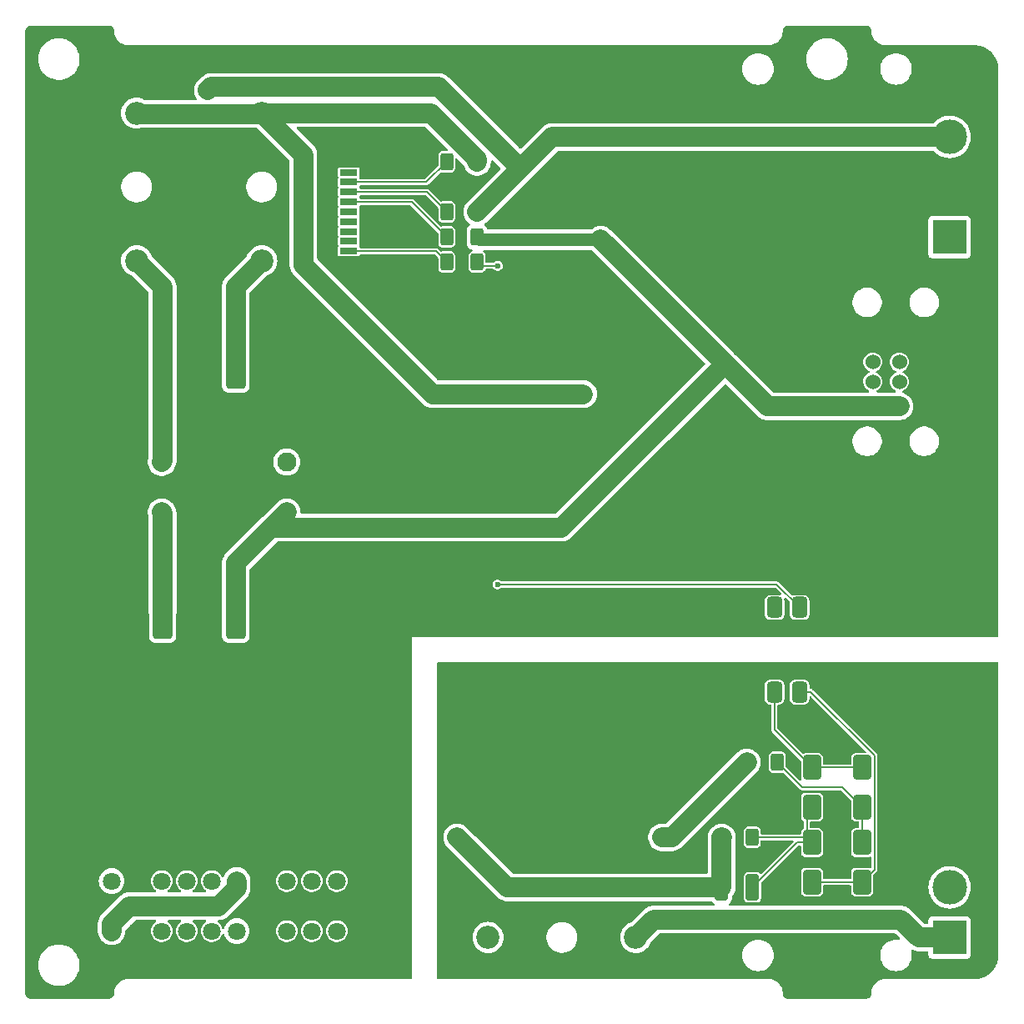
<source format=gbr>
%TF.GenerationSoftware,KiCad,Pcbnew,8.0.6-8.0.6-0~ubuntu24.04.1*%
%TF.CreationDate,2024-12-11T16:39:26+03:00*%
%TF.ProjectId,PM-PS,504d2d50-532e-46b6-9963-61645f706362,rev?*%
%TF.SameCoordinates,Original*%
%TF.FileFunction,Copper,L1,Top*%
%TF.FilePolarity,Positive*%
%FSLAX46Y46*%
G04 Gerber Fmt 4.6, Leading zero omitted, Abs format (unit mm)*
G04 Created by KiCad (PCBNEW 8.0.6-8.0.6-0~ubuntu24.04.1) date 2024-12-11 16:39:26*
%MOMM*%
%LPD*%
G01*
G04 APERTURE LIST*
G04 Aperture macros list*
%AMRoundRect*
0 Rectangle with rounded corners*
0 $1 Rounding radius*
0 $2 $3 $4 $5 $6 $7 $8 $9 X,Y pos of 4 corners*
0 Add a 4 corners polygon primitive as box body*
4,1,4,$2,$3,$4,$5,$6,$7,$8,$9,$2,$3,0*
0 Add four circle primitives for the rounded corners*
1,1,$1+$1,$2,$3*
1,1,$1+$1,$4,$5*
1,1,$1+$1,$6,$7*
1,1,$1+$1,$8,$9*
0 Add four rect primitives between the rounded corners*
20,1,$1+$1,$2,$3,$4,$5,0*
20,1,$1+$1,$4,$5,$6,$7,0*
20,1,$1+$1,$6,$7,$8,$9,0*
20,1,$1+$1,$8,$9,$2,$3,0*%
G04 Aperture macros list end*
%TA.AperFunction,ComponentPad*%
%ADD10C,1.800000*%
%TD*%
%TA.AperFunction,SMDPad,CuDef*%
%ADD11RoundRect,0.250000X0.400000X0.625000X-0.400000X0.625000X-0.400000X-0.625000X0.400000X-0.625000X0*%
%TD*%
%TA.AperFunction,SMDPad,CuDef*%
%ADD12RoundRect,0.250000X-0.650000X1.000000X-0.650000X-1.000000X0.650000X-1.000000X0.650000X1.000000X0*%
%TD*%
%TA.AperFunction,ComponentPad*%
%ADD13C,1.950000*%
%TD*%
%TA.AperFunction,SMDPad,CuDef*%
%ADD14RoundRect,0.250000X-0.412500X-1.100000X0.412500X-1.100000X0.412500X1.100000X-0.412500X1.100000X0*%
%TD*%
%TA.AperFunction,ComponentPad*%
%ADD15R,3.500000X3.500000*%
%TD*%
%TA.AperFunction,ComponentPad*%
%ADD16C,3.500000*%
%TD*%
%TA.AperFunction,ComponentPad*%
%ADD17C,1.803400*%
%TD*%
%TA.AperFunction,SMDPad,CuDef*%
%ADD18RoundRect,0.249999X-0.737501X-2.450001X0.737501X-2.450001X0.737501X2.450001X-0.737501X2.450001X0*%
%TD*%
%TA.AperFunction,SMDPad,CuDef*%
%ADD19RoundRect,0.249999X0.737501X2.450001X-0.737501X2.450001X-0.737501X-2.450001X0.737501X-2.450001X0*%
%TD*%
%TA.AperFunction,ComponentPad*%
%ADD20C,2.350000*%
%TD*%
%TA.AperFunction,SMDPad,CuDef*%
%ADD21RoundRect,0.250000X-0.400000X-0.625000X0.400000X-0.625000X0.400000X0.625000X-0.400000X0.625000X0*%
%TD*%
%TA.AperFunction,SMDPad,CuDef*%
%ADD22RoundRect,0.250000X1.450000X-0.537500X1.450000X0.537500X-1.450000X0.537500X-1.450000X-0.537500X0*%
%TD*%
%TA.AperFunction,ComponentPad*%
%ADD23R,1.524000X1.524000*%
%TD*%
%TA.AperFunction,ComponentPad*%
%ADD24C,1.524000*%
%TD*%
%TA.AperFunction,SMDPad,CuDef*%
%ADD25R,1.803400X0.635000*%
%TD*%
%TA.AperFunction,SMDPad,CuDef*%
%ADD26R,2.997200X2.590800*%
%TD*%
%TA.AperFunction,SMDPad,CuDef*%
%ADD27RoundRect,0.392500X0.392500X-0.672500X0.392500X0.672500X-0.392500X0.672500X-0.392500X-0.672500X0*%
%TD*%
%TA.AperFunction,ComponentPad*%
%ADD28O,6.350000X6.350000*%
%TD*%
%TA.AperFunction,ViaPad*%
%ADD29C,2.000000*%
%TD*%
%TA.AperFunction,ViaPad*%
%ADD30C,0.600000*%
%TD*%
%TA.AperFunction,Conductor*%
%ADD31C,2.000000*%
%TD*%
%TA.AperFunction,Conductor*%
%ADD32C,0.200000*%
%TD*%
%TA.AperFunction,Conductor*%
%ADD33C,1.301800*%
%TD*%
G04 APERTURE END LIST*
D10*
%TO.P,XG1,1,Pin_1*%
%TO.N,+5V*%
X-40640000Y-37465000D03*
X-40640000Y-42545000D03*
%TO.P,XG1,2,Pin_2*%
%TO.N,GND*%
X-38100000Y-37465000D03*
X-38100000Y-42545000D03*
%TO.P,XG1,3,Pin_3*%
%TO.N,unconnected-(XG1-Pin_3-Pad3)*%
X-35560000Y-37465000D03*
%TO.P,XG1,4,Pin_4*%
%TO.N,unconnected-(XG1-Pin_4-Pad4)*%
X-33020000Y-37465000D03*
%TO.P,XG1,5,Pin_5*%
%TO.N,unconnected-(XG1-Pin_5-Pad5)*%
X-30480000Y-37465000D03*
X-30480000Y-42545000D03*
%TO.P,XG1,6,Pin_6*%
%TO.N,+5V*%
X-27940000Y-37465000D03*
X-27940000Y-42545000D03*
%TO.P,XG1,7,Pin_7*%
%TO.N,GND*%
X-25400000Y-37465000D03*
X-25400000Y-42545000D03*
%TO.P,XG1,8,Pin_8*%
%TO.N,unconnected-(XG1-Pin_8-Pad8)*%
X-22860000Y-37465000D03*
%TO.P,XG1,9,Pin_9*%
%TO.N,unconnected-(XG1-Pin_9-Pad9)*%
X-20320000Y-37465000D03*
%TO.P,XG1,10,Pin_10*%
%TO.N,unconnected-(XG1-Pin_10-Pad10)_1*%
X-17780000Y-37465000D03*
X-17780000Y-42545000D03*
%TO.P,XG1,13*%
%TO.N,N/C*%
X-35560000Y-42545000D03*
%TO.P,XG1,14*%
X-33020000Y-42545000D03*
%TO.P,XG1,18*%
X-22860000Y-42545000D03*
%TO.P,XG1,19*%
X-20320000Y-42545000D03*
%TD*%
D11*
%TO.P,R5,1*%
%TO.N,+24V*%
X-3530000Y35560000D03*
%TO.P,R5,2*%
%TO.N,/subplates/+24V_LED*%
X-6630000Y35560000D03*
%TD*%
D12*
%TO.P,D2,1,K*%
%TO.N,Net-(D2-K)*%
X30480000Y-25940000D03*
%TO.P,D2,2,A*%
%TO.N,Net-(D1-K)*%
X30480000Y-29940000D03*
%TD*%
D13*
%TO.P,J8,1,VIN*%
%TO.N,Net-(J8-VIN)*%
X-22860000Y5080000D03*
%TO.P,J8,2,GND*%
%TO.N,GND*%
X-22860000Y2540000D03*
%TO.P,J8,3,+VO*%
%TO.N,+5V_USB*%
X-22860000Y0D03*
%TD*%
D14*
%TO.P,C5,1*%
%TO.N,230V*%
X21297500Y-38100000D03*
%TO.P,C5,2*%
%TO.N,Net-(D1-K)*%
X24422500Y-38100000D03*
%TD*%
D15*
%TO.P,J2,1,Pin_1*%
%TO.N,+24V*%
X44450000Y27940000D03*
D16*
%TO.P,J2,2,Pin_2*%
%TO.N,GND*%
X44450000Y33020000D03*
%TO.P,J2,3,Pin_3*%
%TO.N,+5V*%
X44450000Y38100000D03*
%TO.P,J2,4,Pin_4*%
%TO.N,GND*%
X44450000Y43180000D03*
%TD*%
D17*
%TO.P,U1,1,V-*%
%TO.N,GND*%
X15240000Y11980000D03*
%TO.P,U1,2,V+*%
%TO.N,+24V*%
X7240001Y11980000D03*
%TO.P,U1,3,AC/L*%
%TO.N,230V*%
X-5559999Y-33020012D03*
%TO.P,U1,4,AC/N*%
%TO.N,N*%
X15240000Y-33020012D03*
%TD*%
D15*
%TO.P,J1,1,Pin_1*%
%TO.N,Net-(J1-Pin_1)*%
X44450000Y-43180000D03*
D16*
%TO.P,J1,2,Pin_2*%
%TO.N,N*%
X44450000Y-38100000D03*
%TO.P,J1,3,Pin_3*%
%TO.N,PE*%
X44450000Y-33020000D03*
%TO.P,J1,4,Pin_4*%
X44450000Y-27940000D03*
%TD*%
D18*
%TO.P,C3,1*%
%TO.N,Net-(J8-VIN)*%
X-28037500Y15240000D03*
%TO.P,C3,2*%
%TO.N,GND*%
X-22762500Y15240000D03*
%TD*%
D19*
%TO.P,C4,1*%
%TO.N,+5V*%
X-35462500Y-10160000D03*
%TO.P,C4,2*%
%TO.N,GND*%
X-40737500Y-10160000D03*
%TD*%
D20*
%TO.P,U6,1,1*%
%TO.N,+24V*%
X-25400000Y40520000D03*
%TO.P,U6,2,2*%
%TO.N,Net-(J8-VIN)*%
X-25400000Y25520000D03*
%TD*%
D21*
%TO.P,R1,1*%
%TO.N,230V*%
X21310000Y-33020000D03*
%TO.P,R1,2*%
%TO.N,Net-(D1-K)*%
X24410000Y-33020000D03*
%TD*%
%TO.P,R2,1*%
%TO.N,N*%
X23850000Y-25400000D03*
%TO.P,R2,2*%
%TO.N,Net-(D3-K)*%
X26950000Y-25400000D03*
%TD*%
D12*
%TO.P,D1,1,K*%
%TO.N,Net-(D1-K)*%
X30480000Y-33560000D03*
%TO.P,D1,2,A*%
%TO.N,Net-(D1-A)*%
X30480000Y-37560000D03*
%TD*%
D22*
%TO.P,C1,1*%
%TO.N,PE*%
X38100000Y-16107500D03*
%TO.P,C1,2*%
%TO.N,GND*%
X38100000Y-11832500D03*
%TD*%
D20*
%TO.P,U4,1,1*%
%TO.N,Net-(J1-Pin_1)*%
X12580000Y-43180000D03*
%TO.P,U4,2,2*%
%TO.N,230V*%
X-2420000Y-43180000D03*
%TD*%
D12*
%TO.P,D3,1,K*%
%TO.N,Net-(D3-K)*%
X35560000Y-33560000D03*
%TO.P,D3,2,A*%
%TO.N,Net-(D1-A)*%
X35560000Y-37560000D03*
%TD*%
D11*
%TO.P,R3,1*%
%TO.N,/230V_LED*%
X-3530000Y25400000D03*
%TO.P,R3,2*%
%TO.N,/subplates/230V_LED*%
X-6630000Y25400000D03*
%TD*%
D23*
%TO.P,J11,1,5V*%
%TO.N,+5V_USB*%
X36642500Y10740000D03*
D24*
%TO.P,J11,2,D-*%
%TO.N,unconnected-(J11-D--Pad2)*%
X36642500Y13240000D03*
%TO.P,J11,3,D+*%
%TO.N,unconnected-(J11-D+-Pad3)*%
X36642500Y15240000D03*
%TO.P,J11,4,GND*%
%TO.N,GND*%
X36642500Y17740000D03*
%TO.P,J11,5,5V*%
%TO.N,+5V_USB*%
X39342500Y10740000D03*
%TO.P,J11,6,D-*%
%TO.N,unconnected-(J11-D--Pad6)*%
X39342500Y13240000D03*
%TO.P,J11,7,D+*%
%TO.N,unconnected-(J11-D+-Pad7)*%
X39342500Y15240000D03*
%TO.P,J11,8,GND*%
%TO.N,GND*%
X39342500Y17740000D03*
%TD*%
D18*
%TO.P,C6,1*%
%TO.N,+5V_USB*%
X-28037500Y-10160000D03*
%TO.P,C6,2*%
%TO.N,GND*%
X-22762500Y-10160000D03*
%TD*%
D25*
%TO.P,J3,1,Pin_1*%
%TO.N,GND*%
X-16556000Y25500009D03*
%TO.P,J3,2,Pin_2*%
%TO.N,/subplates/230V_LED*%
X-16556000Y26500007D03*
%TO.P,J3,3,Pin_3*%
%TO.N,unconnected-(J3-Pin_3-Pad3)*%
X-16556000Y27500005D03*
%TO.P,J3,4,Pin_4*%
%TO.N,unconnected-(J3-Pin_4-Pad4)*%
X-16556000Y28500003D03*
%TO.P,J3,5,Pin_5*%
%TO.N,unconnected-(J3-Pin_5-Pad5)*%
X-16556000Y29500001D03*
%TO.P,J3,6,Pin_6*%
%TO.N,unconnected-(J3-Pin_6-Pad6)*%
X-16556000Y30499999D03*
%TO.P,J3,7,Pin_7*%
%TO.N,/subplates/+5V_USB*%
X-16556000Y31499997D03*
%TO.P,J3,8,Pin_8*%
%TO.N,/subplates/+5V_BUS*%
X-16556000Y32499995D03*
%TO.P,J3,9,Pin_9*%
%TO.N,/subplates/+24V_LED*%
X-16556000Y33499993D03*
%TO.P,J3,10,Pin_10*%
%TO.N,unconnected-(J3-Pin_10-Pad10)*%
X-16556000Y34499991D03*
D26*
%TO.P,J3,11,Pin_11*%
%TO.N,GND*%
X-14385999Y23149998D03*
X-14385999Y36850002D03*
%TD*%
D20*
%TO.P,U2,1,1*%
%TO.N,+24V*%
X-38100000Y40520000D03*
%TO.P,U2,2,2*%
%TO.N,Net-(J4-VIN)*%
X-38100000Y25520000D03*
%TD*%
D27*
%TO.P,U5,1*%
%TO.N,Net-(D2-K)*%
X26670000Y-18260000D03*
%TO.P,U5,2*%
%TO.N,Net-(D1-A)*%
X29210000Y-18260000D03*
%TO.P,U5,3*%
%TO.N,/230V_LED*%
X29210000Y-9680000D03*
%TO.P,U5,4*%
%TO.N,+3.3V*%
X26670000Y-9680000D03*
%TD*%
D12*
%TO.P,D4,1,K*%
%TO.N,Net-(D2-K)*%
X35560000Y-25940000D03*
%TO.P,D4,2,A*%
%TO.N,Net-(D3-K)*%
X35560000Y-29940000D03*
%TD*%
D28*
%TO.P,PE1,1*%
%TO.N,PE*%
X32000000Y-46000000D03*
%TD*%
D19*
%TO.P,C2,1*%
%TO.N,Net-(J4-VIN)*%
X-35462500Y15240000D03*
%TO.P,C2,2*%
%TO.N,GND*%
X-40737500Y15240000D03*
%TD*%
D13*
%TO.P,J4,1,VIN*%
%TO.N,Net-(J4-VIN)*%
X-35560000Y5080000D03*
%TO.P,J4,2,GND*%
%TO.N,GND*%
X-35560000Y2540000D03*
%TO.P,J4,3,+VO*%
%TO.N,+5V*%
X-35560000Y0D03*
%TD*%
D11*
%TO.P,R4,1*%
%TO.N,+5V*%
X-3530000Y30480000D03*
%TO.P,R4,2*%
%TO.N,/subplates/+5V_BUS*%
X-6630000Y30480000D03*
%TD*%
%TO.P,R6,1*%
%TO.N,+5V_USB*%
X-3530000Y27940000D03*
%TO.P,R6,2*%
%TO.N,/subplates/+5V_USB*%
X-6630000Y27940000D03*
%TD*%
D29*
%TO.N,+5V*%
X-30882200Y42819200D03*
D30*
%TO.N,/230V_LED*%
X-1439300Y25000600D03*
X-1470200Y-7352600D03*
%TD*%
D31*
%TO.N,Net-(J1-Pin_1)*%
X12580000Y-43180000D02*
X14389200Y-41370800D01*
X14389200Y-41370800D02*
X39489100Y-41370800D01*
X39489100Y-41370800D02*
X41298300Y-43180000D01*
X44450000Y-43180000D02*
X41298300Y-43180000D01*
%TO.N,+5V*%
X-30529400Y43172000D02*
X-30882200Y42819200D01*
X-40640000Y-41826200D02*
X-40640000Y-42545000D01*
X-38818800Y-40005000D02*
X-40640000Y-41826200D01*
X-35462500Y-97500D02*
X-35560000Y0D01*
X875300Y34885300D02*
X-3530000Y30480000D01*
X-29761200Y-40005000D02*
X-38818800Y-40005000D01*
X44450000Y38100000D02*
X4090000Y38100000D01*
X-35462500Y-10160000D02*
X-35462500Y-97500D01*
X875300Y34885300D02*
X-7411400Y43172000D01*
X-7411400Y43172000D02*
X-30529400Y43172000D01*
X-27940000Y-37465000D02*
X-27940000Y-38183800D01*
X-27940000Y-38183800D02*
X-29761200Y-40005000D01*
X4090000Y38100000D02*
X875300Y34885300D01*
D32*
%TO.N,Net-(D1-K)*%
X29940000Y-33020000D02*
X30480000Y-33560000D01*
X29940000Y-33020000D02*
X29940000Y-30480000D01*
X28962500Y-33560000D02*
X30480000Y-33560000D01*
X24410000Y-33020000D02*
X29940000Y-33020000D01*
X24422500Y-38100000D02*
X28962500Y-33560000D01*
X29940000Y-30480000D02*
X30480000Y-29940000D01*
D31*
%TO.N,230V*%
X-480000Y-38100000D02*
X21297500Y-38100000D01*
X21310000Y-33020000D02*
X21297500Y-33032500D01*
X-5560000Y-33020000D02*
X-480000Y-38100000D01*
X21297500Y-33032500D02*
X21297500Y-38100000D01*
%TO.N,N*%
X23850000Y-25400000D02*
X16230000Y-33020000D01*
X16230000Y-33020000D02*
X15240000Y-33020000D01*
%TO.N,+24V*%
X-25400000Y40520000D02*
X-8211900Y40520000D01*
X-21161200Y36281200D02*
X-25400000Y40520000D01*
X-37997500Y40417500D02*
X-25502500Y40417500D01*
X-3530000Y35838100D02*
X-3530000Y35560000D01*
X7240000Y11980000D02*
X-8029800Y11980000D01*
X-25502500Y40417500D02*
X-25400000Y40520000D01*
X-8029800Y11980000D02*
X-21161200Y25111400D01*
X-8211900Y40520000D02*
X-3530000Y35838100D01*
X-38100000Y40520000D02*
X-37997500Y40417500D01*
X-21161200Y25111400D02*
X-21161200Y36281200D01*
%TO.N,Net-(J4-VIN)*%
X-35462500Y15240000D02*
X-35462500Y5177500D01*
X-38100000Y25520000D02*
X-35462500Y22882500D01*
X-35462500Y22882500D02*
X-35462500Y15240000D01*
X-35462500Y5177500D02*
X-35560000Y5080000D01*
D32*
%TO.N,Net-(D1-A)*%
X35560000Y-37560000D02*
X36823900Y-36296100D01*
X36823900Y-24736300D02*
X30347600Y-18260000D01*
X30347600Y-18260000D02*
X29210000Y-18260000D01*
X36823900Y-36296100D02*
X36823900Y-24736300D01*
X35560000Y-37560000D02*
X30480000Y-37560000D01*
%TO.N,Net-(D2-K)*%
X35560000Y-25940000D02*
X30480000Y-25940000D01*
X26670000Y-22130000D02*
X30480000Y-25940000D01*
X26670000Y-18260000D02*
X26670000Y-22130000D01*
%TO.N,Net-(D3-K)*%
X33560000Y-27940000D02*
X35560000Y-29940000D01*
X35560000Y-29940000D02*
X35560000Y-33560000D01*
X26950000Y-25400000D02*
X29490000Y-27940000D01*
X29490000Y-27940000D02*
X33560000Y-27940000D01*
%TO.N,/subplates/230V_LED*%
X-7730000Y26500000D02*
X-16556000Y26500000D01*
X-6630000Y25400000D02*
X-7730000Y26500000D01*
%TO.N,/subplates/+24V_LED*%
X-6630000Y35560000D02*
X-8690000Y33500000D01*
X-8690000Y33500000D02*
X-16556000Y33500000D01*
%TO.N,/230V_LED*%
X29210000Y-9680000D02*
X26882600Y-7352600D01*
X-1439300Y25000600D02*
X-3130600Y25000600D01*
X26882600Y-7352600D02*
X-1470200Y-7352600D01*
X-3130600Y25000600D02*
X-3530000Y25400000D01*
D31*
%TO.N,Net-(J8-VIN)*%
X-28037500Y15240000D02*
X-28037500Y22882500D01*
X-28037500Y22882500D02*
X-25400000Y25520000D01*
D33*
%TO.N,+5V_USB*%
X-3266200Y27676200D02*
X-3530000Y27940000D01*
X9017600Y27676200D02*
X-3266200Y27676200D01*
D31*
X-24419300Y-1559300D02*
X5044800Y-1559300D01*
X36642500Y10740000D02*
X25953800Y10740000D01*
X21649000Y15044900D02*
X9017600Y27676200D01*
X-28037500Y-5177500D02*
X-24419300Y-1559300D01*
X39342500Y10740000D02*
X36642500Y10740000D01*
X-28037500Y-10160000D02*
X-28037500Y-5177500D01*
X5044800Y-1559300D02*
X21649000Y15044900D01*
X25953800Y10740000D02*
X21649000Y15044900D01*
X-24419300Y-1559300D02*
X-22860000Y0D01*
D32*
%TO.N,/subplates/+5V_BUS*%
X-6630000Y30480000D02*
X-8650000Y32500000D01*
X-8650000Y32500000D02*
X-16556000Y32500000D01*
%TO.N,/subplates/+5V_USB*%
X-10190000Y31500000D02*
X-16556000Y31500000D01*
X-6630000Y27940000D02*
X-10190000Y31500000D01*
%TD*%
%TA.AperFunction,Conductor*%
%TO.N,PE*%
G36*
X49342539Y-15259685D02*
G01*
X49388294Y-15312489D01*
X49399500Y-15364000D01*
X49399500Y-44996249D01*
X49399274Y-45003736D01*
X49382457Y-45281741D01*
X49380652Y-45296605D01*
X49331126Y-45566862D01*
X49327542Y-45581402D01*
X49245803Y-45843709D01*
X49240494Y-45857709D01*
X49127729Y-46108264D01*
X49120770Y-46121523D01*
X48978630Y-46356652D01*
X48970124Y-46368975D01*
X48800675Y-46585261D01*
X48790745Y-46596469D01*
X48596469Y-46790745D01*
X48585261Y-46800675D01*
X48368975Y-46970124D01*
X48356652Y-46978630D01*
X48121523Y-47120770D01*
X48108264Y-47127729D01*
X47857709Y-47240494D01*
X47843709Y-47245803D01*
X47581402Y-47327542D01*
X47566862Y-47331126D01*
X47296605Y-47380652D01*
X47281741Y-47382457D01*
X47003736Y-47399274D01*
X46996249Y-47399500D01*
X37892682Y-47399500D01*
X37680235Y-47430044D01*
X37680225Y-47430047D01*
X37474284Y-47490517D01*
X37279061Y-47579672D01*
X37279048Y-47579679D01*
X37098485Y-47695720D01*
X36936275Y-47836275D01*
X36795720Y-47998485D01*
X36679679Y-48179048D01*
X36679672Y-48179061D01*
X36590517Y-48374284D01*
X36530047Y-48580225D01*
X36530044Y-48580235D01*
X36499500Y-48792682D01*
X36499500Y-48893038D01*
X36498720Y-48906923D01*
X36488540Y-48997264D01*
X36482362Y-49024333D01*
X36454648Y-49103537D01*
X36442600Y-49128555D01*
X36397957Y-49199604D01*
X36380644Y-49221313D01*
X36321313Y-49280644D01*
X36299604Y-49297957D01*
X36228555Y-49342600D01*
X36203537Y-49354648D01*
X36124333Y-49382362D01*
X36097264Y-49388540D01*
X36017075Y-49397576D01*
X36006921Y-49398720D01*
X35993038Y-49399500D01*
X28006962Y-49399500D01*
X27993078Y-49398720D01*
X27980553Y-49397308D01*
X27902735Y-49388540D01*
X27875666Y-49382362D01*
X27796462Y-49354648D01*
X27771444Y-49342600D01*
X27700395Y-49297957D01*
X27678686Y-49280644D01*
X27619355Y-49221313D01*
X27602042Y-49199604D01*
X27557399Y-49128555D01*
X27545351Y-49103537D01*
X27517637Y-49024333D01*
X27511459Y-48997263D01*
X27501280Y-48906922D01*
X27500500Y-48893038D01*
X27500500Y-48792683D01*
X27500500Y-48792682D01*
X27469954Y-48580231D01*
X27409484Y-48374290D01*
X27409483Y-48374288D01*
X27409482Y-48374284D01*
X27320327Y-48179061D01*
X27320320Y-48179048D01*
X27227120Y-48034026D01*
X27204281Y-47998487D01*
X27171172Y-47960277D01*
X27063724Y-47836275D01*
X26901514Y-47695720D01*
X26901513Y-47695719D01*
X26824634Y-47646312D01*
X26720951Y-47579679D01*
X26720938Y-47579672D01*
X26525715Y-47490517D01*
X26319774Y-47430047D01*
X26319764Y-47430044D01*
X26128754Y-47402582D01*
X26107318Y-47399500D01*
X26065892Y-47399500D01*
X-7496000Y-47399500D01*
X-7563039Y-47379815D01*
X-7608794Y-47327011D01*
X-7620000Y-47275500D01*
X-7620000Y-45000000D01*
X23394551Y-45000000D01*
X23414317Y-45251151D01*
X23473126Y-45496110D01*
X23569533Y-45728859D01*
X23701160Y-45943653D01*
X23701161Y-45943656D01*
X23701164Y-45943659D01*
X23864776Y-46135224D01*
X23964391Y-46220303D01*
X24056343Y-46298838D01*
X24056346Y-46298839D01*
X24271140Y-46430466D01*
X24503889Y-46526873D01*
X24748852Y-46585683D01*
X25000000Y-46605449D01*
X25251148Y-46585683D01*
X25496111Y-46526873D01*
X25728859Y-46430466D01*
X25943659Y-46298836D01*
X26135224Y-46135224D01*
X26298836Y-45943659D01*
X26430466Y-45728859D01*
X26526873Y-45496111D01*
X26585683Y-45251148D01*
X26605449Y-45000000D01*
X26585683Y-44748852D01*
X26526873Y-44503889D01*
X26441381Y-44297492D01*
X26430466Y-44271140D01*
X26298839Y-44056346D01*
X26298838Y-44056343D01*
X26255620Y-44005742D01*
X26135224Y-43864776D01*
X26008571Y-43756604D01*
X25943656Y-43701161D01*
X25943653Y-43701160D01*
X25728859Y-43569533D01*
X25496110Y-43473126D01*
X25251151Y-43414317D01*
X25000000Y-43394551D01*
X24748848Y-43414317D01*
X24503889Y-43473126D01*
X24271140Y-43569533D01*
X24056346Y-43701160D01*
X24056343Y-43701161D01*
X23864776Y-43864776D01*
X23701161Y-44056343D01*
X23701160Y-44056346D01*
X23569533Y-44271140D01*
X23473126Y-44503889D01*
X23414317Y-44748848D01*
X23394551Y-45000000D01*
X-7620000Y-45000000D01*
X-7620000Y-43180000D01*
X-4000372Y-43180000D01*
X-3980915Y-43427228D01*
X-3923024Y-43668362D01*
X-3828123Y-43897474D01*
X-3698550Y-44108916D01*
X-3698547Y-44108921D01*
X-3625542Y-44194399D01*
X-3537492Y-44297492D01*
X-3416885Y-44400500D01*
X-3348922Y-44458546D01*
X-3348920Y-44458547D01*
X-3348919Y-44458548D01*
X-3317346Y-44477896D01*
X-3137475Y-44588122D01*
X-2908363Y-44683023D01*
X-2768063Y-44716706D01*
X-2667225Y-44740915D01*
X-2420000Y-44760372D01*
X-2172775Y-44740915D01*
X-1931638Y-44683023D01*
X-1702526Y-44588122D01*
X-1491081Y-44458548D01*
X-1302508Y-44297492D01*
X-1141452Y-44108919D01*
X-1011878Y-43897474D01*
X-916977Y-43668362D01*
X-859085Y-43427225D01*
X-839628Y-43180000D01*
X-849387Y-43055999D01*
X3504500Y-43055999D01*
X3504500Y-43304000D01*
X3543293Y-43548927D01*
X3543294Y-43548931D01*
X3619927Y-43784782D01*
X3732511Y-44005742D01*
X3878276Y-44206370D01*
X4053630Y-44381724D01*
X4254258Y-44527489D01*
X4475218Y-44640073D01*
X4711069Y-44716706D01*
X4802920Y-44731253D01*
X4956000Y-44755500D01*
X4956005Y-44755500D01*
X5204000Y-44755500D01*
X5340070Y-44733947D01*
X5448931Y-44716706D01*
X5684782Y-44640073D01*
X5905742Y-44527489D01*
X6106370Y-44381724D01*
X6281724Y-44206370D01*
X6427489Y-44005742D01*
X6540073Y-43784782D01*
X6616706Y-43548931D01*
X6638027Y-43414317D01*
X6655500Y-43304000D01*
X6655500Y-43055999D01*
X6616706Y-42811072D01*
X6616706Y-42811069D01*
X6540073Y-42575218D01*
X6427489Y-42354258D01*
X6281724Y-42153630D01*
X6106370Y-41978276D01*
X5905742Y-41832511D01*
X5684782Y-41719927D01*
X5448931Y-41643294D01*
X5448929Y-41643293D01*
X5448927Y-41643293D01*
X5204000Y-41604500D01*
X5203995Y-41604500D01*
X4956005Y-41604500D01*
X4956000Y-41604500D01*
X4711072Y-41643293D01*
X4475215Y-41719928D01*
X4254257Y-41832511D01*
X4139792Y-41915675D01*
X4053630Y-41978276D01*
X4053628Y-41978278D01*
X4053627Y-41978278D01*
X3878278Y-42153627D01*
X3878278Y-42153628D01*
X3878276Y-42153630D01*
X3815675Y-42239792D01*
X3732511Y-42354257D01*
X3619928Y-42575215D01*
X3543293Y-42811072D01*
X3504500Y-43055999D01*
X-849387Y-43055999D01*
X-859085Y-42932775D01*
X-916977Y-42691638D01*
X-965199Y-42575218D01*
X-1011878Y-42462525D01*
X-1141451Y-42251083D01*
X-1141454Y-42251078D01*
X-1224683Y-42153630D01*
X-1302508Y-42062508D01*
X-1405601Y-41974458D01*
X-1491079Y-41901453D01*
X-1491084Y-41901450D01*
X-1702526Y-41771877D01*
X-1931638Y-41676976D01*
X-2172772Y-41619085D01*
X-2420000Y-41599628D01*
X-2667229Y-41619085D01*
X-2908363Y-41676976D01*
X-3137475Y-41771877D01*
X-3348917Y-41901450D01*
X-3348922Y-41901453D01*
X-3537492Y-42062508D01*
X-3698547Y-42251078D01*
X-3698550Y-42251083D01*
X-3828123Y-42462525D01*
X-3923024Y-42691637D01*
X-3980915Y-42932771D01*
X-4000372Y-43180000D01*
X-7620000Y-43180000D01*
X-7620000Y-32909778D01*
X-6960501Y-32909778D01*
X-6960501Y-33130222D01*
X-6957708Y-33147857D01*
X-6926015Y-33347952D01*
X-6857897Y-33557603D01*
X-6857896Y-33557606D01*
X-6770208Y-33729699D01*
X-6757815Y-33754022D01*
X-6628242Y-33932364D01*
X-6628241Y-33932365D01*
X-6628240Y-33932366D01*
X-1551368Y-39009238D01*
X-1551354Y-39009253D01*
X-1548243Y-39012364D01*
X-1548242Y-39012365D01*
X-1392365Y-39168242D01*
X-1392362Y-39168244D01*
X-1392358Y-39168248D01*
X-1258233Y-39265694D01*
X-1214022Y-39297815D01*
X-1085625Y-39363237D01*
X-1017607Y-39397895D01*
X-1017601Y-39397897D01*
X-825461Y-39460326D01*
X-825457Y-39460327D01*
X-807951Y-39466015D01*
X-590222Y-39500501D01*
X-590221Y-39500501D01*
X-364667Y-39500501D01*
X-364643Y-39500500D01*
X20236244Y-39500500D01*
X20303283Y-39520185D01*
X20342975Y-39561378D01*
X20358286Y-39587268D01*
X20366918Y-39601864D01*
X20366923Y-39601870D01*
X20483129Y-39718076D01*
X20483135Y-39718081D01*
X20519468Y-39739568D01*
X20567151Y-39790636D01*
X20579655Y-39859378D01*
X20553010Y-39923967D01*
X20495675Y-39963898D01*
X20456347Y-39970300D01*
X14504557Y-39970300D01*
X14504533Y-39970299D01*
X14499422Y-39970299D01*
X14278978Y-39970299D01*
X14206401Y-39981794D01*
X14061247Y-40004785D01*
X13851596Y-40072903D01*
X13851593Y-40072904D01*
X13655174Y-40172987D01*
X13476841Y-40302552D01*
X13476836Y-40302556D01*
X13320955Y-40458438D01*
X12127478Y-41651914D01*
X12087250Y-41678794D01*
X11862525Y-41771877D01*
X11651083Y-41901450D01*
X11651078Y-41901453D01*
X11462508Y-42062508D01*
X11301453Y-42251078D01*
X11301450Y-42251083D01*
X11171877Y-42462525D01*
X11076976Y-42691637D01*
X11019085Y-42932771D01*
X10999628Y-43180000D01*
X11019085Y-43427228D01*
X11076976Y-43668362D01*
X11171877Y-43897474D01*
X11301450Y-44108916D01*
X11301453Y-44108921D01*
X11374458Y-44194399D01*
X11462508Y-44297492D01*
X11583115Y-44400500D01*
X11651078Y-44458546D01*
X11651080Y-44458547D01*
X11651081Y-44458548D01*
X11682654Y-44477896D01*
X11862525Y-44588122D01*
X12091637Y-44683023D01*
X12231937Y-44716706D01*
X12332775Y-44740915D01*
X12580000Y-44760372D01*
X12827225Y-44740915D01*
X13068362Y-44683023D01*
X13297474Y-44588122D01*
X13508919Y-44458548D01*
X13697492Y-44297492D01*
X13858548Y-44108919D01*
X13988122Y-43897474D01*
X14034801Y-43784782D01*
X14081207Y-43672746D01*
X14108084Y-43632520D01*
X14932987Y-42807619D01*
X14994310Y-42774134D01*
X15020668Y-42771300D01*
X38857632Y-42771300D01*
X38924671Y-42790985D01*
X38945313Y-42807619D01*
X39340042Y-43202348D01*
X39373527Y-43263671D01*
X39368543Y-43333363D01*
X39326671Y-43389296D01*
X39261207Y-43413713D01*
X39242635Y-43413647D01*
X39000000Y-43394551D01*
X38748848Y-43414317D01*
X38503889Y-43473126D01*
X38271140Y-43569533D01*
X38056346Y-43701160D01*
X38056343Y-43701161D01*
X37864776Y-43864776D01*
X37701161Y-44056343D01*
X37701160Y-44056346D01*
X37569533Y-44271140D01*
X37473126Y-44503889D01*
X37414317Y-44748848D01*
X37394551Y-45000000D01*
X37414317Y-45251151D01*
X37473126Y-45496110D01*
X37569533Y-45728859D01*
X37701160Y-45943653D01*
X37701161Y-45943656D01*
X37701164Y-45943659D01*
X37864776Y-46135224D01*
X37964391Y-46220303D01*
X38056343Y-46298838D01*
X38056346Y-46298839D01*
X38271140Y-46430466D01*
X38503889Y-46526873D01*
X38748852Y-46585683D01*
X39000000Y-46605449D01*
X39251148Y-46585683D01*
X39496111Y-46526873D01*
X39728859Y-46430466D01*
X39943659Y-46298836D01*
X40135224Y-46135224D01*
X40298836Y-45943659D01*
X40430466Y-45728859D01*
X40526873Y-45496111D01*
X40585683Y-45251148D01*
X40605449Y-45000000D01*
X40585683Y-44748852D01*
X40549964Y-44600071D01*
X40553455Y-44530292D01*
X40594118Y-44473474D01*
X40659045Y-44447661D01*
X40726833Y-44460642D01*
X40760693Y-44477895D01*
X40760696Y-44477896D01*
X40865521Y-44511955D01*
X40970349Y-44546015D01*
X41188078Y-44580501D01*
X41188079Y-44580501D01*
X41413633Y-44580501D01*
X41413657Y-44580500D01*
X42175501Y-44580500D01*
X42242540Y-44600185D01*
X42288295Y-44652989D01*
X42299501Y-44704500D01*
X42299501Y-44961518D01*
X42314354Y-45055304D01*
X42371950Y-45168342D01*
X42371952Y-45168344D01*
X42371954Y-45168347D01*
X42461652Y-45258045D01*
X42461654Y-45258046D01*
X42461658Y-45258050D01*
X42574694Y-45315645D01*
X42574698Y-45315647D01*
X42668475Y-45330499D01*
X42668481Y-45330500D01*
X46231518Y-45330499D01*
X46325304Y-45315646D01*
X46438342Y-45258050D01*
X46528050Y-45168342D01*
X46585646Y-45055304D01*
X46585646Y-45055302D01*
X46585647Y-45055301D01*
X46600499Y-44961524D01*
X46600500Y-44961519D01*
X46600499Y-41398482D01*
X46585646Y-41304696D01*
X46528050Y-41191658D01*
X46528046Y-41191654D01*
X46528045Y-41191652D01*
X46438347Y-41101954D01*
X46438344Y-41101952D01*
X46438342Y-41101950D01*
X46361517Y-41062805D01*
X46325301Y-41044352D01*
X46231524Y-41029500D01*
X42668482Y-41029500D01*
X42587519Y-41042323D01*
X42574696Y-41044354D01*
X42461658Y-41101950D01*
X42461657Y-41101951D01*
X42461652Y-41101954D01*
X42371954Y-41191652D01*
X42371951Y-41191657D01*
X42314352Y-41304698D01*
X42299500Y-41398475D01*
X42299500Y-41655500D01*
X42279815Y-41722539D01*
X42227011Y-41768294D01*
X42175500Y-41779500D01*
X41929768Y-41779500D01*
X41862729Y-41759815D01*
X41842087Y-41743181D01*
X40561682Y-40462776D01*
X40561673Y-40462766D01*
X40557342Y-40458435D01*
X40401465Y-40302558D01*
X40401461Y-40302555D01*
X40401457Y-40302551D01*
X40223125Y-40172987D01*
X40223124Y-40172986D01*
X40223122Y-40172985D01*
X40140854Y-40131067D01*
X40026706Y-40072904D01*
X40026703Y-40072903D01*
X39817052Y-40004785D01*
X39708186Y-39987542D01*
X39599322Y-39970299D01*
X39378878Y-39970299D01*
X39373767Y-39970299D01*
X39373743Y-39970300D01*
X22138653Y-39970300D01*
X22071614Y-39950615D01*
X22025859Y-39897811D01*
X22015915Y-39828653D01*
X22044940Y-39765097D01*
X22075530Y-39739569D01*
X22111865Y-39718081D01*
X22228081Y-39601865D01*
X22311744Y-39460398D01*
X22357598Y-39302569D01*
X22360500Y-39265694D01*
X22360500Y-39059870D01*
X22380185Y-38992831D01*
X22384182Y-38986985D01*
X22460348Y-38882150D01*
X22495315Y-38834022D01*
X22595395Y-38637606D01*
X22663515Y-38427951D01*
X22698000Y-38210222D01*
X22698000Y-33218904D01*
X22699527Y-33199506D01*
X22707708Y-33147857D01*
X22710501Y-33130221D01*
X22710501Y-32909778D01*
X22676015Y-32692049D01*
X22611957Y-32494896D01*
X22607896Y-32482396D01*
X22607895Y-32482393D01*
X22538968Y-32347119D01*
X22535713Y-32340730D01*
X23559500Y-32340730D01*
X23559500Y-33699269D01*
X23562353Y-33729699D01*
X23562353Y-33729701D01*
X23607206Y-33857880D01*
X23607207Y-33857882D01*
X23687850Y-33967150D01*
X23797118Y-34047793D01*
X23839845Y-34062744D01*
X23925299Y-34092646D01*
X23955730Y-34095500D01*
X23955734Y-34095500D01*
X24864270Y-34095500D01*
X24894699Y-34092646D01*
X24894701Y-34092646D01*
X24958790Y-34070219D01*
X25022882Y-34047793D01*
X25132150Y-33967150D01*
X25212793Y-33857882D01*
X25249135Y-33754022D01*
X25257646Y-33729701D01*
X25257646Y-33729699D01*
X25260500Y-33699269D01*
X25260500Y-33444500D01*
X25280185Y-33377461D01*
X25332989Y-33331706D01*
X25384500Y-33320500D01*
X28477667Y-33320500D01*
X28544706Y-33340185D01*
X28590461Y-33392989D01*
X28600405Y-33462147D01*
X28571380Y-33525703D01*
X28565348Y-33532181D01*
X25370516Y-36727011D01*
X25309193Y-36760496D01*
X25239501Y-36755512D01*
X25183568Y-36713640D01*
X25183065Y-36712964D01*
X25173128Y-36699500D01*
X25157150Y-36677850D01*
X25047882Y-36597207D01*
X25047880Y-36597206D01*
X24919700Y-36552353D01*
X24889270Y-36549500D01*
X24889266Y-36549500D01*
X23955734Y-36549500D01*
X23955730Y-36549500D01*
X23925300Y-36552353D01*
X23925298Y-36552353D01*
X23797119Y-36597206D01*
X23797117Y-36597207D01*
X23687850Y-36677850D01*
X23607207Y-36787117D01*
X23607206Y-36787119D01*
X23562353Y-36915298D01*
X23562353Y-36915300D01*
X23559500Y-36945730D01*
X23559500Y-39254269D01*
X23562353Y-39284699D01*
X23562353Y-39284701D01*
X23607206Y-39412880D01*
X23607207Y-39412882D01*
X23687850Y-39522150D01*
X23797118Y-39602793D01*
X23839845Y-39617744D01*
X23925299Y-39647646D01*
X23955730Y-39650500D01*
X23955734Y-39650500D01*
X24889270Y-39650500D01*
X24919699Y-39647646D01*
X24919701Y-39647646D01*
X24983790Y-39625219D01*
X25047882Y-39602793D01*
X25157150Y-39522150D01*
X25237793Y-39412882D01*
X25276392Y-39302573D01*
X25282646Y-39284701D01*
X25282646Y-39284699D01*
X25285500Y-39254269D01*
X25285500Y-37713333D01*
X25305185Y-37646294D01*
X25321819Y-37625652D01*
X29050652Y-33896819D01*
X29111975Y-33863334D01*
X29138333Y-33860500D01*
X29255500Y-33860500D01*
X29322539Y-33880185D01*
X29368294Y-33932989D01*
X29379500Y-33984500D01*
X29379500Y-34614269D01*
X29382353Y-34644699D01*
X29382353Y-34644701D01*
X29427206Y-34772880D01*
X29427207Y-34772882D01*
X29507850Y-34882150D01*
X29617118Y-34962793D01*
X29659845Y-34977744D01*
X29745299Y-35007646D01*
X29775730Y-35010500D01*
X29775734Y-35010500D01*
X31184270Y-35010500D01*
X31214699Y-35007646D01*
X31214701Y-35007646D01*
X31278790Y-34985219D01*
X31342882Y-34962793D01*
X31452150Y-34882150D01*
X31532793Y-34772882D01*
X31555219Y-34708790D01*
X31577646Y-34644701D01*
X31577646Y-34644699D01*
X31580500Y-34614269D01*
X31580500Y-32505730D01*
X31577646Y-32475300D01*
X31577646Y-32475298D01*
X31532793Y-32347119D01*
X31532792Y-32347117D01*
X31528078Y-32340730D01*
X31452150Y-32237850D01*
X31342882Y-32157207D01*
X31342880Y-32157206D01*
X31214700Y-32112353D01*
X31184270Y-32109500D01*
X31184266Y-32109500D01*
X30364500Y-32109500D01*
X30297461Y-32089815D01*
X30251706Y-32037011D01*
X30240500Y-31985500D01*
X30240500Y-31514500D01*
X30260185Y-31447461D01*
X30312989Y-31401706D01*
X30364500Y-31390500D01*
X31184270Y-31390500D01*
X31214699Y-31387646D01*
X31214701Y-31387646D01*
X31278790Y-31365219D01*
X31342882Y-31342793D01*
X31452150Y-31262150D01*
X31532793Y-31152882D01*
X31555219Y-31088790D01*
X31577646Y-31024701D01*
X31577646Y-31024699D01*
X31580500Y-30994269D01*
X31580500Y-28885730D01*
X31577646Y-28855300D01*
X31577646Y-28855298D01*
X31532793Y-28727119D01*
X31532792Y-28727117D01*
X31452150Y-28617850D01*
X31342882Y-28537207D01*
X31342880Y-28537206D01*
X31214700Y-28492353D01*
X31184270Y-28489500D01*
X31184266Y-28489500D01*
X29775734Y-28489500D01*
X29775730Y-28489500D01*
X29745300Y-28492353D01*
X29745298Y-28492353D01*
X29617119Y-28537206D01*
X29617117Y-28537207D01*
X29507850Y-28617850D01*
X29427207Y-28727117D01*
X29427206Y-28727119D01*
X29382353Y-28855298D01*
X29382353Y-28855300D01*
X29379500Y-28885730D01*
X29379500Y-30994269D01*
X29382353Y-31024699D01*
X29382353Y-31024701D01*
X29427206Y-31152880D01*
X29427207Y-31152882D01*
X29507850Y-31262150D01*
X29589135Y-31322140D01*
X29631384Y-31377786D01*
X29639500Y-31421909D01*
X29639500Y-32078090D01*
X29619815Y-32145129D01*
X29589134Y-32177860D01*
X29507850Y-32237850D01*
X29427207Y-32347117D01*
X29427206Y-32347119D01*
X29382353Y-32475298D01*
X29382353Y-32475300D01*
X29379500Y-32505730D01*
X29379500Y-32595500D01*
X29359815Y-32662539D01*
X29307011Y-32708294D01*
X29255500Y-32719500D01*
X25384500Y-32719500D01*
X25317461Y-32699815D01*
X25271706Y-32647011D01*
X25260500Y-32595500D01*
X25260500Y-32340730D01*
X25257646Y-32310300D01*
X25257646Y-32310298D01*
X25212793Y-32182119D01*
X25212792Y-32182117D01*
X25209650Y-32177860D01*
X25132150Y-32072850D01*
X25022882Y-31992207D01*
X25022880Y-31992206D01*
X24894700Y-31947353D01*
X24864270Y-31944500D01*
X24864266Y-31944500D01*
X23955734Y-31944500D01*
X23955730Y-31944500D01*
X23925300Y-31947353D01*
X23925298Y-31947353D01*
X23797119Y-31992206D01*
X23797117Y-31992207D01*
X23687850Y-32072850D01*
X23607207Y-32182117D01*
X23607206Y-32182119D01*
X23562353Y-32310298D01*
X23562353Y-32310300D01*
X23559500Y-32340730D01*
X22535713Y-32340730D01*
X22507815Y-32285978D01*
X22468156Y-32231392D01*
X22378247Y-32107641D01*
X22378243Y-32107636D01*
X22222363Y-31951756D01*
X22222358Y-31951752D01*
X22044025Y-31822187D01*
X22044024Y-31822186D01*
X22044022Y-31822185D01*
X21981096Y-31790122D01*
X21847606Y-31722104D01*
X21847603Y-31722103D01*
X21637952Y-31653985D01*
X21529086Y-31636742D01*
X21420222Y-31619499D01*
X21199779Y-31619499D01*
X21127202Y-31630994D01*
X20982047Y-31653985D01*
X20772397Y-31722103D01*
X20772394Y-31722104D01*
X20575974Y-31822187D01*
X20397636Y-31951757D01*
X20385137Y-31964256D01*
X20229259Y-32120133D01*
X20202323Y-32157208D01*
X20202322Y-32157207D01*
X20099687Y-32298474D01*
X19999604Y-32494893D01*
X19999603Y-32494896D01*
X19931485Y-32704547D01*
X19896999Y-32922279D01*
X19896999Y-33147832D01*
X19897000Y-33147857D01*
X19897000Y-36575500D01*
X19877315Y-36642539D01*
X19824511Y-36688294D01*
X19773000Y-36699500D01*
X151468Y-36699500D01*
X84429Y-36679815D01*
X63787Y-36663181D01*
X-3689616Y-32909778D01*
X13839500Y-32909778D01*
X13839500Y-33130221D01*
X13873985Y-33347952D01*
X13942103Y-33557603D01*
X13942104Y-33557606D01*
X14042187Y-33754025D01*
X14171752Y-33932358D01*
X14171756Y-33932363D01*
X14327636Y-34088243D01*
X14327641Y-34088247D01*
X14483192Y-34201260D01*
X14505978Y-34217815D01*
X14634375Y-34283237D01*
X14702393Y-34317895D01*
X14702396Y-34317896D01*
X14807221Y-34351955D01*
X14912049Y-34386015D01*
X15129778Y-34420500D01*
X16114643Y-34420500D01*
X16114667Y-34420501D01*
X16119778Y-34420501D01*
X16340221Y-34420501D01*
X16340222Y-34420501D01*
X16557951Y-34386015D01*
X16767606Y-34317895D01*
X16964022Y-34217815D01*
X17054529Y-34152058D01*
X17142365Y-34088242D01*
X17298242Y-33932365D01*
X17298243Y-33932363D01*
X17305303Y-33925303D01*
X17305308Y-33925296D01*
X24918242Y-26312365D01*
X25047815Y-26134022D01*
X25147895Y-25937606D01*
X25216015Y-25727951D01*
X25250500Y-25510222D01*
X25250500Y-25289779D01*
X25250500Y-25289773D01*
X25230437Y-25163111D01*
X25216015Y-25072049D01*
X25147895Y-24862395D01*
X25147895Y-24862394D01*
X25078968Y-24727119D01*
X25047815Y-24665978D01*
X24918242Y-24487636D01*
X24762364Y-24331758D01*
X24584022Y-24202185D01*
X24387605Y-24102104D01*
X24387602Y-24102103D01*
X24177952Y-24033985D01*
X23960226Y-23999500D01*
X23960221Y-23999500D01*
X23739778Y-23999500D01*
X23667201Y-24010995D01*
X23522047Y-24033985D01*
X23312396Y-24102103D01*
X23312393Y-24102104D01*
X23115974Y-24202187D01*
X22937641Y-24331752D01*
X22937636Y-24331756D01*
X15686213Y-31583181D01*
X15624890Y-31616666D01*
X15598532Y-31619500D01*
X15129778Y-31619500D01*
X15057201Y-31630995D01*
X14912047Y-31653985D01*
X14702396Y-31722103D01*
X14702393Y-31722104D01*
X14505974Y-31822187D01*
X14327641Y-31951752D01*
X14327636Y-31951756D01*
X14171756Y-32107636D01*
X14171752Y-32107641D01*
X14042187Y-32285974D01*
X13942104Y-32482393D01*
X13942103Y-32482396D01*
X13873985Y-32692047D01*
X13839500Y-32909778D01*
X-3689616Y-32909778D01*
X-4647634Y-31951760D01*
X-4647636Y-31951758D01*
X-4825978Y-31822185D01*
X-5022394Y-31722104D01*
X-5022397Y-31722103D01*
X-5232048Y-31653985D01*
X-5340914Y-31636742D01*
X-5449778Y-31619499D01*
X-5670222Y-31619499D01*
X-5742799Y-31630994D01*
X-5887953Y-31653985D01*
X-6097604Y-31722103D01*
X-6097607Y-31722104D01*
X-6294023Y-31822185D01*
X-6472367Y-31951760D01*
X-6628240Y-32107633D01*
X-6757815Y-32285977D01*
X-6857896Y-32482393D01*
X-6857897Y-32482396D01*
X-6926015Y-32692047D01*
X-6926015Y-32692049D01*
X-6960501Y-32909778D01*
X-7620000Y-32909778D01*
X-7620000Y-17548631D01*
X25684500Y-17548631D01*
X25684500Y-18971368D01*
X25699762Y-19087302D01*
X25699764Y-19087307D01*
X25759513Y-19231556D01*
X25759514Y-19231558D01*
X25759515Y-19231559D01*
X25854567Y-19355433D01*
X25978441Y-19450485D01*
X26122696Y-19510237D01*
X26180664Y-19517868D01*
X26238631Y-19525500D01*
X26238632Y-19525500D01*
X26245500Y-19525500D01*
X26312539Y-19545185D01*
X26358294Y-19597989D01*
X26369500Y-19649500D01*
X26369500Y-22169562D01*
X26383152Y-22220513D01*
X26389979Y-22245990D01*
X26389982Y-22245995D01*
X26429535Y-22314504D01*
X26429541Y-22314512D01*
X29343181Y-25228152D01*
X29376666Y-25289475D01*
X29379500Y-25315833D01*
X29379500Y-26994269D01*
X29382353Y-27024699D01*
X29382354Y-27024701D01*
X29408903Y-27100574D01*
X29412465Y-27170353D01*
X29377737Y-27230980D01*
X29315743Y-27263208D01*
X29246168Y-27256803D01*
X29204181Y-27229210D01*
X27836819Y-25861848D01*
X27803334Y-25800525D01*
X27800500Y-25774167D01*
X27800500Y-24720730D01*
X27797646Y-24690300D01*
X27797646Y-24690298D01*
X27764006Y-24594163D01*
X27752793Y-24562118D01*
X27672150Y-24452850D01*
X27562882Y-24372207D01*
X27562880Y-24372206D01*
X27434700Y-24327353D01*
X27404270Y-24324500D01*
X27404266Y-24324500D01*
X26495734Y-24324500D01*
X26495730Y-24324500D01*
X26465300Y-24327353D01*
X26465298Y-24327353D01*
X26337119Y-24372206D01*
X26337117Y-24372207D01*
X26227850Y-24452850D01*
X26147207Y-24562117D01*
X26147206Y-24562119D01*
X26102353Y-24690298D01*
X26102353Y-24690300D01*
X26099500Y-24720730D01*
X26099500Y-26079269D01*
X26102353Y-26109699D01*
X26102353Y-26109701D01*
X26147206Y-26237880D01*
X26147207Y-26237882D01*
X26227850Y-26347150D01*
X26337118Y-26427793D01*
X26379845Y-26442744D01*
X26465299Y-26472646D01*
X26495730Y-26475500D01*
X26495734Y-26475500D01*
X27404270Y-26475500D01*
X27434689Y-26472647D01*
X27434689Y-26472646D01*
X27434699Y-26472646D01*
X27481890Y-26456132D01*
X27551662Y-26452570D01*
X27610522Y-26485493D01*
X29249540Y-28124511D01*
X29305489Y-28180460D01*
X29305491Y-28180461D01*
X29305495Y-28180464D01*
X29374004Y-28220017D01*
X29374011Y-28220021D01*
X29450438Y-28240500D01*
X33384167Y-28240500D01*
X33451206Y-28260185D01*
X33471848Y-28276819D01*
X34423181Y-29228152D01*
X34456666Y-29289475D01*
X34459500Y-29315833D01*
X34459500Y-30994269D01*
X34462353Y-31024699D01*
X34462353Y-31024701D01*
X34507206Y-31152880D01*
X34507207Y-31152882D01*
X34587850Y-31262150D01*
X34697118Y-31342793D01*
X34719498Y-31350624D01*
X34825299Y-31387646D01*
X34855730Y-31390500D01*
X34855734Y-31390500D01*
X35135500Y-31390500D01*
X35202539Y-31410185D01*
X35248294Y-31462989D01*
X35259500Y-31514500D01*
X35259500Y-31985500D01*
X35239815Y-32052539D01*
X35187011Y-32098294D01*
X35135500Y-32109500D01*
X34855730Y-32109500D01*
X34825300Y-32112353D01*
X34825298Y-32112353D01*
X34697119Y-32157206D01*
X34697117Y-32157207D01*
X34587850Y-32237850D01*
X34507207Y-32347117D01*
X34507206Y-32347119D01*
X34462353Y-32475298D01*
X34462353Y-32475300D01*
X34459500Y-32505730D01*
X34459500Y-34614269D01*
X34462353Y-34644699D01*
X34462353Y-34644701D01*
X34507206Y-34772880D01*
X34507207Y-34772882D01*
X34587850Y-34882150D01*
X34697118Y-34962793D01*
X34739845Y-34977744D01*
X34825299Y-35007646D01*
X34855730Y-35010500D01*
X34855734Y-35010500D01*
X36264270Y-35010500D01*
X36288612Y-35008216D01*
X36294699Y-35007646D01*
X36358446Y-34985339D01*
X36428222Y-34981777D01*
X36488850Y-35016505D01*
X36521078Y-35078498D01*
X36523400Y-35102381D01*
X36523400Y-36017617D01*
X36503715Y-36084656D01*
X36450911Y-36130411D01*
X36381753Y-36140355D01*
X36358447Y-36134659D01*
X36294699Y-36112353D01*
X36264270Y-36109500D01*
X36264266Y-36109500D01*
X34855734Y-36109500D01*
X34855730Y-36109500D01*
X34825300Y-36112353D01*
X34825298Y-36112353D01*
X34697119Y-36157206D01*
X34697117Y-36157207D01*
X34587850Y-36237850D01*
X34507207Y-36347117D01*
X34507206Y-36347119D01*
X34462353Y-36475298D01*
X34462353Y-36475300D01*
X34459500Y-36505730D01*
X34459500Y-37135500D01*
X34439815Y-37202539D01*
X34387011Y-37248294D01*
X34335500Y-37259500D01*
X31704500Y-37259500D01*
X31637461Y-37239815D01*
X31591706Y-37187011D01*
X31580500Y-37135500D01*
X31580500Y-36505730D01*
X31577646Y-36475300D01*
X31577646Y-36475298D01*
X31532793Y-36347119D01*
X31532792Y-36347117D01*
X31524337Y-36335661D01*
X31452150Y-36237850D01*
X31342882Y-36157207D01*
X31342880Y-36157206D01*
X31214700Y-36112353D01*
X31184270Y-36109500D01*
X31184266Y-36109500D01*
X29775734Y-36109500D01*
X29775730Y-36109500D01*
X29745300Y-36112353D01*
X29745298Y-36112353D01*
X29617119Y-36157206D01*
X29617117Y-36157207D01*
X29507850Y-36237850D01*
X29427207Y-36347117D01*
X29427206Y-36347119D01*
X29382353Y-36475298D01*
X29382353Y-36475300D01*
X29379500Y-36505730D01*
X29379500Y-38614269D01*
X29382353Y-38644699D01*
X29382353Y-38644701D01*
X29427206Y-38772880D01*
X29427207Y-38772882D01*
X29507850Y-38882150D01*
X29617118Y-38962793D01*
X29659845Y-38977744D01*
X29745299Y-39007646D01*
X29775730Y-39010500D01*
X29775734Y-39010500D01*
X31184270Y-39010500D01*
X31214699Y-39007646D01*
X31214701Y-39007646D01*
X31278790Y-38985219D01*
X31342882Y-38962793D01*
X31452150Y-38882150D01*
X31532793Y-38772882D01*
X31564754Y-38681543D01*
X31577646Y-38644701D01*
X31577646Y-38644699D01*
X31580500Y-38614269D01*
X31580500Y-37984500D01*
X31600185Y-37917461D01*
X31652989Y-37871706D01*
X31704500Y-37860500D01*
X34335500Y-37860500D01*
X34402539Y-37880185D01*
X34448294Y-37932989D01*
X34459500Y-37984500D01*
X34459500Y-38614269D01*
X34462353Y-38644699D01*
X34462353Y-38644701D01*
X34507206Y-38772880D01*
X34507207Y-38772882D01*
X34587850Y-38882150D01*
X34697118Y-38962793D01*
X34739845Y-38977744D01*
X34825299Y-39007646D01*
X34855730Y-39010500D01*
X34855734Y-39010500D01*
X36264270Y-39010500D01*
X36294699Y-39007646D01*
X36294701Y-39007646D01*
X36358790Y-38985219D01*
X36422882Y-38962793D01*
X36532150Y-38882150D01*
X36612793Y-38772882D01*
X36644754Y-38681543D01*
X36657646Y-38644701D01*
X36657646Y-38644699D01*
X36660500Y-38614269D01*
X36660500Y-38100000D01*
X42294475Y-38100000D01*
X42314551Y-38393511D01*
X42314552Y-38393513D01*
X42374404Y-38681543D01*
X42374409Y-38681559D01*
X42472927Y-38958762D01*
X42608278Y-39219977D01*
X42608282Y-39219983D01*
X42777932Y-39460323D01*
X42978743Y-39675338D01*
X43057691Y-39739567D01*
X43206951Y-39860999D01*
X43206953Y-39861000D01*
X43206954Y-39861001D01*
X43458319Y-40013860D01*
X43458324Y-40013862D01*
X43728154Y-40131065D01*
X43728159Y-40131067D01*
X44011445Y-40210440D01*
X44267681Y-40245659D01*
X44302901Y-40250500D01*
X44302902Y-40250500D01*
X44597099Y-40250500D01*
X44628520Y-40246180D01*
X44888555Y-40210440D01*
X45171841Y-40131067D01*
X45441682Y-40013859D01*
X45693049Y-39860999D01*
X45921260Y-39675335D01*
X46122065Y-39460326D01*
X46291722Y-39219976D01*
X46427072Y-38958764D01*
X46525592Y-38681554D01*
X46525592Y-38681549D01*
X46525595Y-38681543D01*
X46578291Y-38427951D01*
X46585448Y-38393511D01*
X46605525Y-38100000D01*
X46585448Y-37806489D01*
X46547870Y-37625652D01*
X46525595Y-37518456D01*
X46525590Y-37518440D01*
X46427072Y-37241237D01*
X46427072Y-37241236D01*
X46291722Y-36980024D01*
X46291721Y-36980022D01*
X46291717Y-36980016D01*
X46122067Y-36739676D01*
X45921256Y-36524661D01*
X45693045Y-36338998D01*
X45441680Y-36186139D01*
X45441675Y-36186137D01*
X45171845Y-36068934D01*
X44888560Y-35989561D01*
X44888556Y-35989560D01*
X44888555Y-35989560D01*
X44742826Y-35969530D01*
X44597099Y-35949500D01*
X44597098Y-35949500D01*
X44302902Y-35949500D01*
X44302901Y-35949500D01*
X44011445Y-35989560D01*
X44011439Y-35989561D01*
X43728154Y-36068934D01*
X43458324Y-36186137D01*
X43458319Y-36186139D01*
X43206954Y-36338998D01*
X42978743Y-36524661D01*
X42777932Y-36739676D01*
X42608282Y-36980016D01*
X42608278Y-36980022D01*
X42472927Y-37241237D01*
X42374409Y-37518440D01*
X42374404Y-37518456D01*
X42314552Y-37806486D01*
X42314551Y-37806488D01*
X42294475Y-38100000D01*
X36660500Y-38100000D01*
X36660500Y-36935833D01*
X36680185Y-36868794D01*
X36696819Y-36848152D01*
X36867121Y-36677850D01*
X37064360Y-36480611D01*
X37103922Y-36412088D01*
X37124400Y-36335662D01*
X37124400Y-36256538D01*
X37124400Y-24696738D01*
X37103921Y-24620311D01*
X37070324Y-24562119D01*
X37064364Y-24551795D01*
X37064358Y-24551787D01*
X30532112Y-18019541D01*
X30532104Y-18019535D01*
X30463595Y-17979982D01*
X30463590Y-17979979D01*
X30438113Y-17973152D01*
X30387162Y-17959500D01*
X30387160Y-17959500D01*
X30319500Y-17959500D01*
X30252461Y-17939815D01*
X30206706Y-17887011D01*
X30195500Y-17835500D01*
X30195500Y-17548631D01*
X30180237Y-17432697D01*
X30180235Y-17432692D01*
X30120486Y-17288443D01*
X30120485Y-17288442D01*
X30120485Y-17288441D01*
X30025433Y-17164567D01*
X29901559Y-17069515D01*
X29901558Y-17069514D01*
X29901556Y-17069513D01*
X29757307Y-17009764D01*
X29757302Y-17009762D01*
X29641369Y-16994500D01*
X29641368Y-16994500D01*
X28778632Y-16994500D01*
X28778631Y-16994500D01*
X28662697Y-17009762D01*
X28662692Y-17009764D01*
X28518443Y-17069513D01*
X28394567Y-17164567D01*
X28299513Y-17288443D01*
X28239764Y-17432692D01*
X28239762Y-17432697D01*
X28224500Y-17548631D01*
X28224500Y-18971368D01*
X28239762Y-19087302D01*
X28239764Y-19087307D01*
X28299513Y-19231556D01*
X28299514Y-19231558D01*
X28299515Y-19231559D01*
X28394567Y-19355433D01*
X28518441Y-19450485D01*
X28662696Y-19510237D01*
X28720664Y-19517868D01*
X28778631Y-19525500D01*
X28778632Y-19525500D01*
X29641369Y-19525500D01*
X29680013Y-19520412D01*
X29757304Y-19510237D01*
X29901559Y-19450485D01*
X30025433Y-19355433D01*
X30120485Y-19231559D01*
X30180237Y-19087304D01*
X30195500Y-18971368D01*
X30195500Y-18832233D01*
X30215185Y-18765194D01*
X30267989Y-18719439D01*
X30337147Y-18709495D01*
X30400703Y-18738520D01*
X30407181Y-18744552D01*
X35940448Y-24277819D01*
X35973933Y-24339142D01*
X35968949Y-24408834D01*
X35927077Y-24464767D01*
X35861613Y-24489184D01*
X35852767Y-24489500D01*
X34855730Y-24489500D01*
X34825300Y-24492353D01*
X34825298Y-24492353D01*
X34697119Y-24537206D01*
X34697117Y-24537207D01*
X34587850Y-24617850D01*
X34507207Y-24727117D01*
X34507206Y-24727119D01*
X34462353Y-24855298D01*
X34462353Y-24855300D01*
X34459500Y-24885730D01*
X34459500Y-25515500D01*
X34439815Y-25582539D01*
X34387011Y-25628294D01*
X34335500Y-25639500D01*
X31704500Y-25639500D01*
X31637461Y-25619815D01*
X31591706Y-25567011D01*
X31580500Y-25515500D01*
X31580500Y-24885730D01*
X31577646Y-24855300D01*
X31577646Y-24855298D01*
X31532793Y-24727119D01*
X31532792Y-24727117D01*
X31510372Y-24696739D01*
X31452150Y-24617850D01*
X31342882Y-24537207D01*
X31342880Y-24537206D01*
X31214700Y-24492353D01*
X31184270Y-24489500D01*
X31184266Y-24489500D01*
X29775734Y-24489500D01*
X29775730Y-24489500D01*
X29745303Y-24492353D01*
X29688478Y-24512237D01*
X29617118Y-24537207D01*
X29617117Y-24537207D01*
X29608348Y-24540276D01*
X29607323Y-24537348D01*
X29554308Y-24548104D01*
X29489192Y-24522770D01*
X29477208Y-24512237D01*
X27006819Y-22041848D01*
X26973334Y-21980525D01*
X26970500Y-21954167D01*
X26970500Y-19649500D01*
X26990185Y-19582461D01*
X27042989Y-19536706D01*
X27094500Y-19525500D01*
X27101369Y-19525500D01*
X27140013Y-19520412D01*
X27217304Y-19510237D01*
X27361559Y-19450485D01*
X27485433Y-19355433D01*
X27580485Y-19231559D01*
X27640237Y-19087304D01*
X27655500Y-18971368D01*
X27655500Y-17548632D01*
X27640237Y-17432696D01*
X27580485Y-17288441D01*
X27485433Y-17164567D01*
X27361559Y-17069515D01*
X27361558Y-17069514D01*
X27361556Y-17069513D01*
X27217307Y-17009764D01*
X27217302Y-17009762D01*
X27101369Y-16994500D01*
X27101368Y-16994500D01*
X26238632Y-16994500D01*
X26238631Y-16994500D01*
X26122697Y-17009762D01*
X26122692Y-17009764D01*
X25978443Y-17069513D01*
X25854567Y-17164567D01*
X25759513Y-17288443D01*
X25699764Y-17432692D01*
X25699762Y-17432697D01*
X25684500Y-17548631D01*
X-7620000Y-17548631D01*
X-7620000Y-15364000D01*
X-7600315Y-15296961D01*
X-7547511Y-15251206D01*
X-7496000Y-15240000D01*
X49275500Y-15240000D01*
X49342539Y-15259685D01*
G37*
%TD.AperFunction*%
%TD*%
%TA.AperFunction,Conductor*%
%TO.N,GND*%
G36*
X-40893078Y49398720D02*
G01*
X-40802734Y49388541D01*
X-40775669Y49382364D01*
X-40696460Y49354648D01*
X-40671447Y49342602D01*
X-40600394Y49297957D01*
X-40578687Y49280645D01*
X-40519356Y49221314D01*
X-40502043Y49199605D01*
X-40457400Y49128556D01*
X-40445352Y49103538D01*
X-40417638Y49024334D01*
X-40411460Y48997265D01*
X-40401280Y48906924D01*
X-40400500Y48893039D01*
X-40400500Y48792683D01*
X-40369956Y48580236D01*
X-40369953Y48580226D01*
X-40309483Y48374285D01*
X-40220328Y48179062D01*
X-40220321Y48179049D01*
X-40104280Y47998486D01*
X-39963725Y47836276D01*
X-39839723Y47728828D01*
X-39801513Y47695719D01*
X-39672469Y47612789D01*
X-39620952Y47579680D01*
X-39620939Y47579673D01*
X-39425716Y47490518D01*
X-39425712Y47490517D01*
X-39425710Y47490516D01*
X-39219769Y47430046D01*
X-39219768Y47430046D01*
X-39219765Y47430045D01*
X-39156416Y47420938D01*
X-39007318Y47399500D01*
X-39007317Y47399500D01*
X26107317Y47399500D01*
X26107318Y47399500D01*
X26277851Y47424020D01*
X26319764Y47430045D01*
X26319765Y47430046D01*
X26319769Y47430046D01*
X26525710Y47490516D01*
X26525713Y47490518D01*
X26525715Y47490518D01*
X26720938Y47579673D01*
X26720944Y47579677D01*
X26720950Y47579679D01*
X26901513Y47695719D01*
X27063724Y47836276D01*
X27204281Y47998487D01*
X27320321Y48179050D01*
X27320323Y48179056D01*
X27320327Y48179062D01*
X27409482Y48374285D01*
X27409482Y48374287D01*
X27409484Y48374290D01*
X27469954Y48580231D01*
X27500500Y48792682D01*
X27500500Y48893039D01*
X27501280Y48906923D01*
X27501280Y48906924D01*
X27511459Y48997269D01*
X27517635Y49024330D01*
X27545353Y49103544D01*
X27557396Y49128550D01*
X27602046Y49199611D01*
X27619351Y49221310D01*
X27678690Y49280649D01*
X27700389Y49297954D01*
X27771450Y49342604D01*
X27796456Y49354647D01*
X27875670Y49382365D01*
X27902733Y49388541D01*
X27965419Y49395604D01*
X27993079Y49398720D01*
X28006962Y49399500D01*
X28065892Y49399500D01*
X35934108Y49399500D01*
X35993038Y49399500D01*
X36006922Y49398720D01*
X36097266Y49388541D01*
X36124331Y49382364D01*
X36203540Y49354648D01*
X36228553Y49342602D01*
X36299606Y49297957D01*
X36321313Y49280645D01*
X36380644Y49221314D01*
X36397957Y49199605D01*
X36442600Y49128556D01*
X36454648Y49103538D01*
X36482362Y49024334D01*
X36488540Y48997265D01*
X36498720Y48906924D01*
X36499500Y48893039D01*
X36499500Y48792683D01*
X36530044Y48580236D01*
X36530047Y48580226D01*
X36590517Y48374285D01*
X36679672Y48179062D01*
X36679679Y48179049D01*
X36795720Y47998486D01*
X36936275Y47836276D01*
X37060277Y47728828D01*
X37098487Y47695719D01*
X37227531Y47612789D01*
X37279048Y47579680D01*
X37279061Y47579673D01*
X37474284Y47490518D01*
X37474288Y47490517D01*
X37474290Y47490516D01*
X37680231Y47430046D01*
X37680232Y47430046D01*
X37680235Y47430045D01*
X37743584Y47420938D01*
X37892682Y47399500D01*
X37934108Y47399500D01*
X46934108Y47399500D01*
X46996249Y47399500D01*
X47003736Y47399274D01*
X47281742Y47382458D01*
X47296605Y47380653D01*
X47371845Y47366865D01*
X47566866Y47331126D01*
X47581395Y47327545D01*
X47843713Y47245803D01*
X47857709Y47240495D01*
X48108264Y47127730D01*
X48121522Y47120772D01*
X48356658Y46978627D01*
X48368969Y46970129D01*
X48536603Y46838797D01*
X48585261Y46800676D01*
X48596469Y46790746D01*
X48790745Y46596470D01*
X48800675Y46585262D01*
X48814174Y46568032D01*
X48948023Y46397185D01*
X48970124Y46368976D01*
X48978630Y46356653D01*
X49120770Y46121524D01*
X49127729Y46108265D01*
X49240494Y45857710D01*
X49245803Y45843710D01*
X49327542Y45581403D01*
X49331126Y45566863D01*
X49380652Y45296606D01*
X49382457Y45281742D01*
X49399274Y45003737D01*
X49399500Y44996250D01*
X49399500Y-12576000D01*
X49379815Y-12643039D01*
X49327011Y-12688794D01*
X49275500Y-12700000D01*
X-10160000Y-12700000D01*
X-10160000Y-47275500D01*
X-10179685Y-47342539D01*
X-10232489Y-47388294D01*
X-10284000Y-47399500D01*
X-39007318Y-47399500D01*
X-39219765Y-47430044D01*
X-39219775Y-47430047D01*
X-39425716Y-47490517D01*
X-39620939Y-47579672D01*
X-39620952Y-47579679D01*
X-39801515Y-47695720D01*
X-39963725Y-47836275D01*
X-40104280Y-47998485D01*
X-40220321Y-48179048D01*
X-40220328Y-48179061D01*
X-40309483Y-48374284D01*
X-40369953Y-48580225D01*
X-40369956Y-48580235D01*
X-40400500Y-48792682D01*
X-40400500Y-48893038D01*
X-40401280Y-48906923D01*
X-40411460Y-48997264D01*
X-40417638Y-49024333D01*
X-40445352Y-49103537D01*
X-40457400Y-49128555D01*
X-40502043Y-49199604D01*
X-40519356Y-49221313D01*
X-40578687Y-49280644D01*
X-40600396Y-49297957D01*
X-40671445Y-49342600D01*
X-40696463Y-49354648D01*
X-40775667Y-49382362D01*
X-40802736Y-49388540D01*
X-40882925Y-49397576D01*
X-40893079Y-49398720D01*
X-40906962Y-49399500D01*
X-48893038Y-49399500D01*
X-48906922Y-49398720D01*
X-48919447Y-49397308D01*
X-48997265Y-49388540D01*
X-49024334Y-49382362D01*
X-49103538Y-49354648D01*
X-49128556Y-49342600D01*
X-49199605Y-49297957D01*
X-49221314Y-49280644D01*
X-49280645Y-49221313D01*
X-49297958Y-49199604D01*
X-49342601Y-49128555D01*
X-49354649Y-49103537D01*
X-49382363Y-49024333D01*
X-49388541Y-48997263D01*
X-49398720Y-48906922D01*
X-49399500Y-48893038D01*
X-49399500Y-46000000D01*
X-48105408Y-46000000D01*
X-48085799Y-46286680D01*
X-48027334Y-46568034D01*
X-48027333Y-46568037D01*
X-47931106Y-46838793D01*
X-47931107Y-46838793D01*
X-47798902Y-47093935D01*
X-47633188Y-47328700D01*
X-47559297Y-47407817D01*
X-47437053Y-47538708D01*
X-47214147Y-47720055D01*
X-46990904Y-47855813D01*
X-46968618Y-47869365D01*
X-46781763Y-47950526D01*
X-46705058Y-47983844D01*
X-46428358Y-48061371D01*
X-46178080Y-48095771D01*
X-46143679Y-48100500D01*
X-46143678Y-48100500D01*
X-45856321Y-48100500D01*
X-45825630Y-48096281D01*
X-45571642Y-48061371D01*
X-45294942Y-47983844D01*
X-45181985Y-47934779D01*
X-45031383Y-47869365D01*
X-45031380Y-47869363D01*
X-45031375Y-47869361D01*
X-44785853Y-47720055D01*
X-44562947Y-47538708D01*
X-44366811Y-47328698D01*
X-44201099Y-47093936D01*
X-44068896Y-46838797D01*
X-43972666Y-46568032D01*
X-43914202Y-46286686D01*
X-43894592Y-46000000D01*
X-43914202Y-45713314D01*
X-43972666Y-45431968D01*
X-44068895Y-45161206D01*
X-44068894Y-45161206D01*
X-44201099Y-44906064D01*
X-44366813Y-44671299D01*
X-44483821Y-44546015D01*
X-44562947Y-44461292D01*
X-44785853Y-44279945D01*
X-44785854Y-44279944D01*
X-45031383Y-44130634D01*
X-45294937Y-44016158D01*
X-45294939Y-44016157D01*
X-45294942Y-44016156D01*
X-45424422Y-43979877D01*
X-45571636Y-43938630D01*
X-45571641Y-43938629D01*
X-45571642Y-43938629D01*
X-45713982Y-43919064D01*
X-45856321Y-43899500D01*
X-45856322Y-43899500D01*
X-46143678Y-43899500D01*
X-46143679Y-43899500D01*
X-46428358Y-43938629D01*
X-46428365Y-43938630D01*
X-46636139Y-43996845D01*
X-46705058Y-44016156D01*
X-46705061Y-44016156D01*
X-46705064Y-44016158D01*
X-46705065Y-44016158D01*
X-46968618Y-44130634D01*
X-47214147Y-44279944D01*
X-47437050Y-44461289D01*
X-47633188Y-44671299D01*
X-47798902Y-44906064D01*
X-47931106Y-45161206D01*
X-48027333Y-45431962D01*
X-48027334Y-45431965D01*
X-48085799Y-45713319D01*
X-48105408Y-46000000D01*
X-49399500Y-46000000D01*
X-49399500Y-41715979D01*
X-42040501Y-41715979D01*
X-42040501Y-41941532D01*
X-42040500Y-41941557D01*
X-42040500Y-42655221D01*
X-42006015Y-42872952D01*
X-41937897Y-43082603D01*
X-41937896Y-43082606D01*
X-41837813Y-43279025D01*
X-41708248Y-43457358D01*
X-41708244Y-43457363D01*
X-41552364Y-43613243D01*
X-41552359Y-43613247D01*
X-41431350Y-43701164D01*
X-41374022Y-43742815D01*
X-41245625Y-43808237D01*
X-41177607Y-43842895D01*
X-41177604Y-43842896D01*
X-41072779Y-43876955D01*
X-40967951Y-43911015D01*
X-40750222Y-43945500D01*
X-40750221Y-43945500D01*
X-40529779Y-43945500D01*
X-40529778Y-43945500D01*
X-40312049Y-43911015D01*
X-40102394Y-43842895D01*
X-39905978Y-43742815D01*
X-39727635Y-43613242D01*
X-39571758Y-43457365D01*
X-39442185Y-43279022D01*
X-39342105Y-43082606D01*
X-39273985Y-42872951D01*
X-39239500Y-42655222D01*
X-39239500Y-42457668D01*
X-39219815Y-42390629D01*
X-39203181Y-42369987D01*
X-38275013Y-41441819D01*
X-38213690Y-41408334D01*
X-38187332Y-41405500D01*
X-36245948Y-41405500D01*
X-36178909Y-41425185D01*
X-36133154Y-41477989D01*
X-36123210Y-41547147D01*
X-36152235Y-41610703D01*
X-36180671Y-41634927D01*
X-36226040Y-41663017D01*
X-36226042Y-41663019D01*
X-36376763Y-41800418D01*
X-36499673Y-41963178D01*
X-36590578Y-42145739D01*
X-36590583Y-42145752D01*
X-36646398Y-42341917D01*
X-36665215Y-42544999D01*
X-36665215Y-42545000D01*
X-36646398Y-42748082D01*
X-36590583Y-42944247D01*
X-36590578Y-42944260D01*
X-36499673Y-43126821D01*
X-36376763Y-43289581D01*
X-36226042Y-43426980D01*
X-36226040Y-43426982D01*
X-36176969Y-43457365D01*
X-36052637Y-43534348D01*
X-35862456Y-43608024D01*
X-35661976Y-43645500D01*
X-35661974Y-43645500D01*
X-35458026Y-43645500D01*
X-35458024Y-43645500D01*
X-35257544Y-43608024D01*
X-35067363Y-43534348D01*
X-34893959Y-43426981D01*
X-34743236Y-43289579D01*
X-34620327Y-43126821D01*
X-34529418Y-42944250D01*
X-34473603Y-42748083D01*
X-34454785Y-42545000D01*
X-34473603Y-42341917D01*
X-34529418Y-42145750D01*
X-34552944Y-42098504D01*
X-34612810Y-41978276D01*
X-34620327Y-41963179D01*
X-34743236Y-41800421D01*
X-34743238Y-41800418D01*
X-34893959Y-41663019D01*
X-34893961Y-41663017D01*
X-34939329Y-41634927D01*
X-34985965Y-41582900D01*
X-34997069Y-41513918D01*
X-34969116Y-41449884D01*
X-34910981Y-41411127D01*
X-34874052Y-41405500D01*
X-33705948Y-41405500D01*
X-33638909Y-41425185D01*
X-33593154Y-41477989D01*
X-33583210Y-41547147D01*
X-33612235Y-41610703D01*
X-33640671Y-41634927D01*
X-33686040Y-41663017D01*
X-33686042Y-41663019D01*
X-33836763Y-41800418D01*
X-33959673Y-41963178D01*
X-34050578Y-42145739D01*
X-34050583Y-42145752D01*
X-34106398Y-42341917D01*
X-34125215Y-42544999D01*
X-34125215Y-42545000D01*
X-34106398Y-42748082D01*
X-34050583Y-42944247D01*
X-34050578Y-42944260D01*
X-33959673Y-43126821D01*
X-33836763Y-43289581D01*
X-33686042Y-43426980D01*
X-33686040Y-43426982D01*
X-33636969Y-43457365D01*
X-33512637Y-43534348D01*
X-33322456Y-43608024D01*
X-33121976Y-43645500D01*
X-33121974Y-43645500D01*
X-32918026Y-43645500D01*
X-32918024Y-43645500D01*
X-32717544Y-43608024D01*
X-32527363Y-43534348D01*
X-32353959Y-43426981D01*
X-32203236Y-43289579D01*
X-32080327Y-43126821D01*
X-31989418Y-42944250D01*
X-31933603Y-42748083D01*
X-31914785Y-42545000D01*
X-31933603Y-42341917D01*
X-31989418Y-42145750D01*
X-32012944Y-42098504D01*
X-32072810Y-41978276D01*
X-32080327Y-41963179D01*
X-32203236Y-41800421D01*
X-32203238Y-41800418D01*
X-32353959Y-41663019D01*
X-32353961Y-41663017D01*
X-32399329Y-41634927D01*
X-32445965Y-41582900D01*
X-32457069Y-41513918D01*
X-32429116Y-41449884D01*
X-32370981Y-41411127D01*
X-32334052Y-41405500D01*
X-31165948Y-41405500D01*
X-31098909Y-41425185D01*
X-31053154Y-41477989D01*
X-31043210Y-41547147D01*
X-31072235Y-41610703D01*
X-31100671Y-41634927D01*
X-31146040Y-41663017D01*
X-31146042Y-41663019D01*
X-31296763Y-41800418D01*
X-31419673Y-41963178D01*
X-31510578Y-42145739D01*
X-31510583Y-42145752D01*
X-31566398Y-42341917D01*
X-31585215Y-42544999D01*
X-31585215Y-42545000D01*
X-31566398Y-42748082D01*
X-31510583Y-42944247D01*
X-31510578Y-42944260D01*
X-31419673Y-43126821D01*
X-31296763Y-43289581D01*
X-31146042Y-43426980D01*
X-31146040Y-43426982D01*
X-31096969Y-43457365D01*
X-30972637Y-43534348D01*
X-30782456Y-43608024D01*
X-30581976Y-43645500D01*
X-30581974Y-43645500D01*
X-30378026Y-43645500D01*
X-30378024Y-43645500D01*
X-30177544Y-43608024D01*
X-29987363Y-43534348D01*
X-29813959Y-43426981D01*
X-29663236Y-43289579D01*
X-29540327Y-43126821D01*
X-29449418Y-42944250D01*
X-29433210Y-42887282D01*
X-29395931Y-42828191D01*
X-29332621Y-42798634D01*
X-29263381Y-42807996D01*
X-29210195Y-42853306D01*
X-29194169Y-42889126D01*
X-29166742Y-42991488D01*
X-29166739Y-42991497D01*
X-29070569Y-43197732D01*
X-29070568Y-43197734D01*
X-28940046Y-43384141D01*
X-28779142Y-43545045D01*
X-28779139Y-43545047D01*
X-28592734Y-43675568D01*
X-28386496Y-43771739D01*
X-28166692Y-43830635D01*
X-28026548Y-43842896D01*
X-27940002Y-43850468D01*
X-27940000Y-43850468D01*
X-27939998Y-43850468D01*
X-27883327Y-43845509D01*
X-27713308Y-43830635D01*
X-27493504Y-43771739D01*
X-27287266Y-43675568D01*
X-27100861Y-43545047D01*
X-26939953Y-43384139D01*
X-26809432Y-43197734D01*
X-26713261Y-42991496D01*
X-26654365Y-42771692D01*
X-26634532Y-42545000D01*
X-26634532Y-42544999D01*
X-23965215Y-42544999D01*
X-23965215Y-42545000D01*
X-23946398Y-42748082D01*
X-23890583Y-42944247D01*
X-23890578Y-42944260D01*
X-23799673Y-43126821D01*
X-23676763Y-43289581D01*
X-23526042Y-43426980D01*
X-23526040Y-43426982D01*
X-23476969Y-43457365D01*
X-23352637Y-43534348D01*
X-23162456Y-43608024D01*
X-22961976Y-43645500D01*
X-22961974Y-43645500D01*
X-22758026Y-43645500D01*
X-22758024Y-43645500D01*
X-22557544Y-43608024D01*
X-22367363Y-43534348D01*
X-22193959Y-43426981D01*
X-22043236Y-43289579D01*
X-21920327Y-43126821D01*
X-21829418Y-42944250D01*
X-21773603Y-42748083D01*
X-21754785Y-42545000D01*
X-21754785Y-42544999D01*
X-21425215Y-42544999D01*
X-21425215Y-42545000D01*
X-21406398Y-42748082D01*
X-21350583Y-42944247D01*
X-21350578Y-42944260D01*
X-21259673Y-43126821D01*
X-21136763Y-43289581D01*
X-20986042Y-43426980D01*
X-20986040Y-43426982D01*
X-20936969Y-43457365D01*
X-20812637Y-43534348D01*
X-20622456Y-43608024D01*
X-20421976Y-43645500D01*
X-20421974Y-43645500D01*
X-20218026Y-43645500D01*
X-20218024Y-43645500D01*
X-20017544Y-43608024D01*
X-19827363Y-43534348D01*
X-19653959Y-43426981D01*
X-19503236Y-43289579D01*
X-19380327Y-43126821D01*
X-19289418Y-42944250D01*
X-19233603Y-42748083D01*
X-19214785Y-42545000D01*
X-19214785Y-42544999D01*
X-18885215Y-42544999D01*
X-18885215Y-42545000D01*
X-18866398Y-42748082D01*
X-18810583Y-42944247D01*
X-18810578Y-42944260D01*
X-18719673Y-43126821D01*
X-18596763Y-43289581D01*
X-18446042Y-43426980D01*
X-18446040Y-43426982D01*
X-18396969Y-43457365D01*
X-18272637Y-43534348D01*
X-18082456Y-43608024D01*
X-17881976Y-43645500D01*
X-17881974Y-43645500D01*
X-17678026Y-43645500D01*
X-17678024Y-43645500D01*
X-17477544Y-43608024D01*
X-17287363Y-43534348D01*
X-17113959Y-43426981D01*
X-16963236Y-43289579D01*
X-16840327Y-43126821D01*
X-16749418Y-42944250D01*
X-16693603Y-42748083D01*
X-16674785Y-42545000D01*
X-16693603Y-42341917D01*
X-16749418Y-42145750D01*
X-16772944Y-42098504D01*
X-16832810Y-41978276D01*
X-16840327Y-41963179D01*
X-16963236Y-41800421D01*
X-16963238Y-41800418D01*
X-17113959Y-41663019D01*
X-17113961Y-41663017D01*
X-17287358Y-41555655D01*
X-17287365Y-41555651D01*
X-17395092Y-41513918D01*
X-17477544Y-41481976D01*
X-17678024Y-41444500D01*
X-17881976Y-41444500D01*
X-18082456Y-41481976D01*
X-18082459Y-41481976D01*
X-18082459Y-41481977D01*
X-18272636Y-41555651D01*
X-18272643Y-41555655D01*
X-18446040Y-41663017D01*
X-18446042Y-41663019D01*
X-18596763Y-41800418D01*
X-18719673Y-41963178D01*
X-18810578Y-42145739D01*
X-18810583Y-42145752D01*
X-18866398Y-42341917D01*
X-18885215Y-42544999D01*
X-19214785Y-42544999D01*
X-19233603Y-42341917D01*
X-19289418Y-42145750D01*
X-19312944Y-42098504D01*
X-19372810Y-41978276D01*
X-19380327Y-41963179D01*
X-19503236Y-41800421D01*
X-19503238Y-41800418D01*
X-19653959Y-41663019D01*
X-19653961Y-41663017D01*
X-19827358Y-41555655D01*
X-19827365Y-41555651D01*
X-19935092Y-41513918D01*
X-20017544Y-41481976D01*
X-20218024Y-41444500D01*
X-20421976Y-41444500D01*
X-20622456Y-41481976D01*
X-20622459Y-41481976D01*
X-20622459Y-41481977D01*
X-20812636Y-41555651D01*
X-20812643Y-41555655D01*
X-20986040Y-41663017D01*
X-20986042Y-41663019D01*
X-21136763Y-41800418D01*
X-21259673Y-41963178D01*
X-21350578Y-42145739D01*
X-21350583Y-42145752D01*
X-21406398Y-42341917D01*
X-21425215Y-42544999D01*
X-21754785Y-42544999D01*
X-21773603Y-42341917D01*
X-21829418Y-42145750D01*
X-21852944Y-42098504D01*
X-21912810Y-41978276D01*
X-21920327Y-41963179D01*
X-22043236Y-41800421D01*
X-22043238Y-41800418D01*
X-22193959Y-41663019D01*
X-22193961Y-41663017D01*
X-22367358Y-41555655D01*
X-22367365Y-41555651D01*
X-22475092Y-41513918D01*
X-22557544Y-41481976D01*
X-22758024Y-41444500D01*
X-22961976Y-41444500D01*
X-23162456Y-41481976D01*
X-23162459Y-41481976D01*
X-23162459Y-41481977D01*
X-23352636Y-41555651D01*
X-23352643Y-41555655D01*
X-23526040Y-41663017D01*
X-23526042Y-41663019D01*
X-23676763Y-41800418D01*
X-23799673Y-41963178D01*
X-23890578Y-42145739D01*
X-23890583Y-42145752D01*
X-23946398Y-42341917D01*
X-23965215Y-42544999D01*
X-26634532Y-42544999D01*
X-26654365Y-42318308D01*
X-26713261Y-42098504D01*
X-26809432Y-41892266D01*
X-26939953Y-41705861D01*
X-26939955Y-41705858D01*
X-27100859Y-41544954D01*
X-27287266Y-41414432D01*
X-27287268Y-41414431D01*
X-27493503Y-41318261D01*
X-27493512Y-41318258D01*
X-27713303Y-41259366D01*
X-27713307Y-41259365D01*
X-27713308Y-41259365D01*
X-27713309Y-41259364D01*
X-27713314Y-41259364D01*
X-27939998Y-41239532D01*
X-27940002Y-41239532D01*
X-28166687Y-41259364D01*
X-28166698Y-41259366D01*
X-28386489Y-41318258D01*
X-28386498Y-41318261D01*
X-28592733Y-41414431D01*
X-28592735Y-41414432D01*
X-28779142Y-41544954D01*
X-28940046Y-41705858D01*
X-29070568Y-41892265D01*
X-29070569Y-41892267D01*
X-29166739Y-42098502D01*
X-29166742Y-42098511D01*
X-29194169Y-42200873D01*
X-29230534Y-42260534D01*
X-29293381Y-42291063D01*
X-29362757Y-42282768D01*
X-29416634Y-42238283D01*
X-29433210Y-42202715D01*
X-29447176Y-42153630D01*
X-29449418Y-42145750D01*
X-29472944Y-42098504D01*
X-29532810Y-41978276D01*
X-29540327Y-41963179D01*
X-29663236Y-41800421D01*
X-29663238Y-41800418D01*
X-29813959Y-41663019D01*
X-29813961Y-41663017D01*
X-29859327Y-41634928D01*
X-29905963Y-41582900D01*
X-29917067Y-41513919D01*
X-29889114Y-41449884D01*
X-29830979Y-41411128D01*
X-29794050Y-41405501D01*
X-29650979Y-41405501D01*
X-29650978Y-41405501D01*
X-29433249Y-41371015D01*
X-29223594Y-41302895D01*
X-29027178Y-41202815D01*
X-29011822Y-41191658D01*
X-28848835Y-41073242D01*
X-28692958Y-40917365D01*
X-28692957Y-40917363D01*
X-28685897Y-40910303D01*
X-28685891Y-40910296D01*
X-27034704Y-39259109D01*
X-27034697Y-39259103D01*
X-27027637Y-39252043D01*
X-27027635Y-39252042D01*
X-26871758Y-39096165D01*
X-26742185Y-38917822D01*
X-26642105Y-38721406D01*
X-26573985Y-38511751D01*
X-26558740Y-38415500D01*
X-26539499Y-38294021D01*
X-26539499Y-38073578D01*
X-26539499Y-38069177D01*
X-26539500Y-38069162D01*
X-26539500Y-37464999D01*
X-23965215Y-37464999D01*
X-23965215Y-37465000D01*
X-23946398Y-37668082D01*
X-23890583Y-37864247D01*
X-23890578Y-37864260D01*
X-23799673Y-38046821D01*
X-23676763Y-38209581D01*
X-23526042Y-38346980D01*
X-23526040Y-38346982D01*
X-23480671Y-38375073D01*
X-23352637Y-38454348D01*
X-23162456Y-38528024D01*
X-22961976Y-38565500D01*
X-22961974Y-38565500D01*
X-22758026Y-38565500D01*
X-22758024Y-38565500D01*
X-22557544Y-38528024D01*
X-22367363Y-38454348D01*
X-22193959Y-38346981D01*
X-22043236Y-38209579D01*
X-21920327Y-38046821D01*
X-21829418Y-37864250D01*
X-21773603Y-37668083D01*
X-21754785Y-37465000D01*
X-21754785Y-37464999D01*
X-21425215Y-37464999D01*
X-21425215Y-37465000D01*
X-21406398Y-37668082D01*
X-21350583Y-37864247D01*
X-21350578Y-37864260D01*
X-21259673Y-38046821D01*
X-21136763Y-38209581D01*
X-20986042Y-38346980D01*
X-20986040Y-38346982D01*
X-20940671Y-38375073D01*
X-20812637Y-38454348D01*
X-20622456Y-38528024D01*
X-20421976Y-38565500D01*
X-20421974Y-38565500D01*
X-20218026Y-38565500D01*
X-20218024Y-38565500D01*
X-20017544Y-38528024D01*
X-19827363Y-38454348D01*
X-19653959Y-38346981D01*
X-19503236Y-38209579D01*
X-19380327Y-38046821D01*
X-19289418Y-37864250D01*
X-19233603Y-37668083D01*
X-19214785Y-37465000D01*
X-19214785Y-37464999D01*
X-18885215Y-37464999D01*
X-18885215Y-37465000D01*
X-18866398Y-37668082D01*
X-18810583Y-37864247D01*
X-18810578Y-37864260D01*
X-18719673Y-38046821D01*
X-18596763Y-38209581D01*
X-18446042Y-38346980D01*
X-18446040Y-38346982D01*
X-18400671Y-38375073D01*
X-18272637Y-38454348D01*
X-18082456Y-38528024D01*
X-17881976Y-38565500D01*
X-17881974Y-38565500D01*
X-17678026Y-38565500D01*
X-17678024Y-38565500D01*
X-17477544Y-38528024D01*
X-17287363Y-38454348D01*
X-17113959Y-38346981D01*
X-16963236Y-38209579D01*
X-16840327Y-38046821D01*
X-16749418Y-37864250D01*
X-16693603Y-37668083D01*
X-16674785Y-37465000D01*
X-16693603Y-37261917D01*
X-16749418Y-37065750D01*
X-16750003Y-37064576D01*
X-16818312Y-36927392D01*
X-16840327Y-36883179D01*
X-16963236Y-36720421D01*
X-16963238Y-36720418D01*
X-17113959Y-36583019D01*
X-17113961Y-36583017D01*
X-17287358Y-36475655D01*
X-17287365Y-36475651D01*
X-17451442Y-36412088D01*
X-17477544Y-36401976D01*
X-17678024Y-36364500D01*
X-17881976Y-36364500D01*
X-18082456Y-36401976D01*
X-18082459Y-36401976D01*
X-18082459Y-36401977D01*
X-18272636Y-36475651D01*
X-18272643Y-36475655D01*
X-18446040Y-36583017D01*
X-18446042Y-36583019D01*
X-18596763Y-36720418D01*
X-18719673Y-36883178D01*
X-18810578Y-37065739D01*
X-18810583Y-37065752D01*
X-18866398Y-37261917D01*
X-18885215Y-37464999D01*
X-19214785Y-37464999D01*
X-19233603Y-37261917D01*
X-19289418Y-37065750D01*
X-19290003Y-37064576D01*
X-19358312Y-36927392D01*
X-19380327Y-36883179D01*
X-19503236Y-36720421D01*
X-19503238Y-36720418D01*
X-19653959Y-36583019D01*
X-19653961Y-36583017D01*
X-19827358Y-36475655D01*
X-19827365Y-36475651D01*
X-19991442Y-36412088D01*
X-20017544Y-36401976D01*
X-20218024Y-36364500D01*
X-20421976Y-36364500D01*
X-20622456Y-36401976D01*
X-20622459Y-36401976D01*
X-20622459Y-36401977D01*
X-20812636Y-36475651D01*
X-20812643Y-36475655D01*
X-20986040Y-36583017D01*
X-20986042Y-36583019D01*
X-21136763Y-36720418D01*
X-21259673Y-36883178D01*
X-21350578Y-37065739D01*
X-21350583Y-37065752D01*
X-21406398Y-37261917D01*
X-21425215Y-37464999D01*
X-21754785Y-37464999D01*
X-21773603Y-37261917D01*
X-21829418Y-37065750D01*
X-21830003Y-37064576D01*
X-21898312Y-36927392D01*
X-21920327Y-36883179D01*
X-22043236Y-36720421D01*
X-22043238Y-36720418D01*
X-22193959Y-36583019D01*
X-22193961Y-36583017D01*
X-22367358Y-36475655D01*
X-22367365Y-36475651D01*
X-22531442Y-36412088D01*
X-22557544Y-36401976D01*
X-22758024Y-36364500D01*
X-22961976Y-36364500D01*
X-23162456Y-36401976D01*
X-23162459Y-36401976D01*
X-23162459Y-36401977D01*
X-23352636Y-36475651D01*
X-23352643Y-36475655D01*
X-23526040Y-36583017D01*
X-23526042Y-36583019D01*
X-23676763Y-36720418D01*
X-23799673Y-36883178D01*
X-23890578Y-37065739D01*
X-23890583Y-37065752D01*
X-23946398Y-37261917D01*
X-23965215Y-37464999D01*
X-26539500Y-37464999D01*
X-26539500Y-37354778D01*
X-26554591Y-37259500D01*
X-26573985Y-37137049D01*
X-26612503Y-37018502D01*
X-26642104Y-36927396D01*
X-26642105Y-36927393D01*
X-26700766Y-36812267D01*
X-26742185Y-36730978D01*
X-26765055Y-36699500D01*
X-26871753Y-36552641D01*
X-26871757Y-36552636D01*
X-27027637Y-36396756D01*
X-27027642Y-36396752D01*
X-27205975Y-36267187D01*
X-27205976Y-36267186D01*
X-27205978Y-36267185D01*
X-27268904Y-36235122D01*
X-27402394Y-36167104D01*
X-27402397Y-36167103D01*
X-27612048Y-36098985D01*
X-27720914Y-36081742D01*
X-27829778Y-36064500D01*
X-28050222Y-36064500D01*
X-28122799Y-36075995D01*
X-28267953Y-36098985D01*
X-28477604Y-36167103D01*
X-28477607Y-36167104D01*
X-28674026Y-36267187D01*
X-28852359Y-36396752D01*
X-28852364Y-36396756D01*
X-29008244Y-36552636D01*
X-29008248Y-36552641D01*
X-29137813Y-36730974D01*
X-29237895Y-36927392D01*
X-29254892Y-36979704D01*
X-29294331Y-37037378D01*
X-29358690Y-37064576D01*
X-29427536Y-37052661D01*
X-29479011Y-37005416D01*
X-29483814Y-36996674D01*
X-29540327Y-36883179D01*
X-29572245Y-36840912D01*
X-29663238Y-36720418D01*
X-29813959Y-36583019D01*
X-29813961Y-36583017D01*
X-29987358Y-36475655D01*
X-29987365Y-36475651D01*
X-30151442Y-36412088D01*
X-30177544Y-36401976D01*
X-30378024Y-36364500D01*
X-30581976Y-36364500D01*
X-30782456Y-36401976D01*
X-30782459Y-36401976D01*
X-30782459Y-36401977D01*
X-30972636Y-36475651D01*
X-30972643Y-36475655D01*
X-31146040Y-36583017D01*
X-31146042Y-36583019D01*
X-31296763Y-36720418D01*
X-31419673Y-36883178D01*
X-31510578Y-37065739D01*
X-31510583Y-37065752D01*
X-31566398Y-37261917D01*
X-31585215Y-37464999D01*
X-31585215Y-37465000D01*
X-31566398Y-37668082D01*
X-31510583Y-37864247D01*
X-31510578Y-37864260D01*
X-31419673Y-38046821D01*
X-31296763Y-38209581D01*
X-31146042Y-38346980D01*
X-31146040Y-38346982D01*
X-31100671Y-38375073D01*
X-31054035Y-38427100D01*
X-31042931Y-38496082D01*
X-31070884Y-38560116D01*
X-31129019Y-38598873D01*
X-31165948Y-38604500D01*
X-32334052Y-38604500D01*
X-32401091Y-38584815D01*
X-32446846Y-38532011D01*
X-32456790Y-38462853D01*
X-32427765Y-38399297D01*
X-32399329Y-38375073D01*
X-32353961Y-38346982D01*
X-32353962Y-38346982D01*
X-32353959Y-38346981D01*
X-32203236Y-38209579D01*
X-32080327Y-38046821D01*
X-31989418Y-37864250D01*
X-31933603Y-37668083D01*
X-31914785Y-37465000D01*
X-31933603Y-37261917D01*
X-31989418Y-37065750D01*
X-31990003Y-37064576D01*
X-32058312Y-36927392D01*
X-32080327Y-36883179D01*
X-32203236Y-36720421D01*
X-32203238Y-36720418D01*
X-32353959Y-36583019D01*
X-32353961Y-36583017D01*
X-32527358Y-36475655D01*
X-32527365Y-36475651D01*
X-32691442Y-36412088D01*
X-32717544Y-36401976D01*
X-32918024Y-36364500D01*
X-33121976Y-36364500D01*
X-33322456Y-36401976D01*
X-33322459Y-36401976D01*
X-33322459Y-36401977D01*
X-33512636Y-36475651D01*
X-33512643Y-36475655D01*
X-33686040Y-36583017D01*
X-33686042Y-36583019D01*
X-33836763Y-36720418D01*
X-33959673Y-36883178D01*
X-34050578Y-37065739D01*
X-34050583Y-37065752D01*
X-34106398Y-37261917D01*
X-34125215Y-37464999D01*
X-34125215Y-37465000D01*
X-34106398Y-37668082D01*
X-34050583Y-37864247D01*
X-34050578Y-37864260D01*
X-33959673Y-38046821D01*
X-33836763Y-38209581D01*
X-33686042Y-38346980D01*
X-33686040Y-38346982D01*
X-33640671Y-38375073D01*
X-33594035Y-38427100D01*
X-33582931Y-38496082D01*
X-33610884Y-38560116D01*
X-33669019Y-38598873D01*
X-33705948Y-38604500D01*
X-34874052Y-38604500D01*
X-34941091Y-38584815D01*
X-34986846Y-38532011D01*
X-34996790Y-38462853D01*
X-34967765Y-38399297D01*
X-34939329Y-38375073D01*
X-34893961Y-38346982D01*
X-34893962Y-38346982D01*
X-34893959Y-38346981D01*
X-34743236Y-38209579D01*
X-34620327Y-38046821D01*
X-34529418Y-37864250D01*
X-34473603Y-37668083D01*
X-34454785Y-37465000D01*
X-34473603Y-37261917D01*
X-34529418Y-37065750D01*
X-34530003Y-37064576D01*
X-34598312Y-36927392D01*
X-34620327Y-36883179D01*
X-34743236Y-36720421D01*
X-34743238Y-36720418D01*
X-34893959Y-36583019D01*
X-34893961Y-36583017D01*
X-35067358Y-36475655D01*
X-35067365Y-36475651D01*
X-35231442Y-36412088D01*
X-35257544Y-36401976D01*
X-35458024Y-36364500D01*
X-35661976Y-36364500D01*
X-35862456Y-36401976D01*
X-35862459Y-36401976D01*
X-35862459Y-36401977D01*
X-36052636Y-36475651D01*
X-36052643Y-36475655D01*
X-36226040Y-36583017D01*
X-36226042Y-36583019D01*
X-36376763Y-36720418D01*
X-36499673Y-36883178D01*
X-36590578Y-37065739D01*
X-36590583Y-37065752D01*
X-36646398Y-37261917D01*
X-36665215Y-37464999D01*
X-36665215Y-37465000D01*
X-36646398Y-37668082D01*
X-36590583Y-37864247D01*
X-36590578Y-37864260D01*
X-36499673Y-38046821D01*
X-36376763Y-38209581D01*
X-36226042Y-38346980D01*
X-36226040Y-38346982D01*
X-36180671Y-38375073D01*
X-36134035Y-38427100D01*
X-36122931Y-38496082D01*
X-36150884Y-38560116D01*
X-36209019Y-38598873D01*
X-36245948Y-38604500D01*
X-38703443Y-38604500D01*
X-38703467Y-38604499D01*
X-38708578Y-38604499D01*
X-38929021Y-38604499D01*
X-38990686Y-38614266D01*
X-39146753Y-38638985D01*
X-39356404Y-38707103D01*
X-39356407Y-38707104D01*
X-39552826Y-38807187D01*
X-39731159Y-38936752D01*
X-39731164Y-38936756D01*
X-41708242Y-40913834D01*
X-41710804Y-40917361D01*
X-41803069Y-41044354D01*
X-41820442Y-41068266D01*
X-41837815Y-41092177D01*
X-41937896Y-41288593D01*
X-41937897Y-41288596D01*
X-42006015Y-41498247D01*
X-42013413Y-41544954D01*
X-42038898Y-41705861D01*
X-42040501Y-41715979D01*
X-49399500Y-41715979D01*
X-49399500Y-37464998D01*
X-41945468Y-37464998D01*
X-41945468Y-37465001D01*
X-41925636Y-37691686D01*
X-41925634Y-37691697D01*
X-41866742Y-37911488D01*
X-41866739Y-37911497D01*
X-41770569Y-38117732D01*
X-41770568Y-38117734D01*
X-41640046Y-38304141D01*
X-41479142Y-38465045D01*
X-41479139Y-38465047D01*
X-41292734Y-38595568D01*
X-41086496Y-38691739D01*
X-40866692Y-38750635D01*
X-40704770Y-38764801D01*
X-40640002Y-38770468D01*
X-40640000Y-38770468D01*
X-40639998Y-38770468D01*
X-40583327Y-38765509D01*
X-40413308Y-38750635D01*
X-40193504Y-38691739D01*
X-39987266Y-38595568D01*
X-39800861Y-38465047D01*
X-39639953Y-38304139D01*
X-39509432Y-38117734D01*
X-39413261Y-37911496D01*
X-39354365Y-37691692D01*
X-39334532Y-37465000D01*
X-39354365Y-37238308D01*
X-39413261Y-37018504D01*
X-39509432Y-36812266D01*
X-39639953Y-36625861D01*
X-39639955Y-36625858D01*
X-39800859Y-36464954D01*
X-39987266Y-36334432D01*
X-39987268Y-36334431D01*
X-40193503Y-36238261D01*
X-40193512Y-36238258D01*
X-40413303Y-36179366D01*
X-40413307Y-36179365D01*
X-40413308Y-36179365D01*
X-40413309Y-36179364D01*
X-40413314Y-36179364D01*
X-40639998Y-36159532D01*
X-40640002Y-36159532D01*
X-40866687Y-36179364D01*
X-40866698Y-36179366D01*
X-41086489Y-36238258D01*
X-41086498Y-36238261D01*
X-41292733Y-36334431D01*
X-41292735Y-36334432D01*
X-41479142Y-36464954D01*
X-41640046Y-36625858D01*
X-41770568Y-36812265D01*
X-41770569Y-36812267D01*
X-41866739Y-37018502D01*
X-41866742Y-37018511D01*
X-41925634Y-37238302D01*
X-41925636Y-37238313D01*
X-41945468Y-37464998D01*
X-49399500Y-37464998D01*
X-49399500Y110221D01*
X-36960501Y110221D01*
X-36960501Y-110220D01*
X-36926016Y-327952D01*
X-36869069Y-503215D01*
X-36863000Y-541533D01*
X-36863000Y-10270226D01*
X-36852027Y-10339505D01*
X-36850500Y-10358903D01*
X-36850500Y-12675682D01*
X-36850499Y-12675707D01*
X-36847598Y-12712570D01*
X-36801746Y-12870394D01*
X-36801745Y-12870397D01*
X-36718084Y-13011861D01*
X-36718077Y-13011870D01*
X-36601871Y-13128076D01*
X-36601867Y-13128079D01*
X-36601865Y-13128081D01*
X-36460399Y-13211744D01*
X-36418777Y-13223836D01*
X-36302575Y-13257597D01*
X-36302572Y-13257597D01*
X-36302570Y-13257598D01*
X-36265695Y-13260500D01*
X-34659306Y-13260499D01*
X-34622430Y-13257598D01*
X-34464601Y-13211744D01*
X-34323135Y-13128081D01*
X-34206919Y-13011865D01*
X-34123256Y-12870399D01*
X-34077402Y-12712570D01*
X-34074500Y-12675695D01*
X-34074501Y-10358903D01*
X-34072974Y-10339505D01*
X-34062000Y-10270220D01*
X-34062000Y-212857D01*
X-34061999Y-212832D01*
X-34061999Y12721D01*
X-34077442Y110222D01*
X-34096485Y230451D01*
X-34164605Y440106D01*
X-34164605Y440107D01*
X-34214285Y537607D01*
X-34264685Y636522D01*
X-34335523Y734023D01*
X-34394252Y814858D01*
X-34394256Y814862D01*
X-34394258Y814865D01*
X-34550135Y970742D01*
X-34550136Y970743D01*
X-34553247Y973854D01*
X-34553262Y973868D01*
X-34647634Y1068240D01*
X-34647636Y1068242D01*
X-34825978Y1197815D01*
X-35022394Y1297896D01*
X-35022397Y1297897D01*
X-35232048Y1366015D01*
X-35340914Y1383258D01*
X-35449778Y1400501D01*
X-35670222Y1400501D01*
X-35742799Y1389006D01*
X-35887953Y1366015D01*
X-36097604Y1297897D01*
X-36097607Y1297896D01*
X-36294023Y1197815D01*
X-36472367Y1068240D01*
X-36628240Y912367D01*
X-36757815Y734023D01*
X-36857896Y537607D01*
X-36857897Y537604D01*
X-36926015Y327953D01*
X-36960501Y110221D01*
X-49399500Y110221D01*
X-49399500Y25520000D01*
X-39680372Y25520000D01*
X-39660915Y25272772D01*
X-39603024Y25031638D01*
X-39508123Y24802526D01*
X-39378550Y24591084D01*
X-39378547Y24591079D01*
X-39335473Y24540646D01*
X-39217492Y24402508D01*
X-39126156Y24324500D01*
X-39028922Y24241454D01*
X-39028917Y24241451D01*
X-38817474Y24111878D01*
X-38817471Y24111876D01*
X-38592749Y24018794D01*
X-38552520Y23991914D01*
X-36899319Y22338713D01*
X-36865834Y22277390D01*
X-36863000Y22251032D01*
X-36863000Y5621534D01*
X-36869069Y5583216D01*
X-36926015Y5407953D01*
X-36960501Y5190221D01*
X-36960501Y4969780D01*
X-36926015Y4752048D01*
X-36857897Y4542397D01*
X-36857896Y4542394D01*
X-36757815Y4345978D01*
X-36628242Y4167636D01*
X-36472364Y4011758D01*
X-36294022Y3882185D01*
X-36197687Y3833100D01*
X-36097607Y3782105D01*
X-36097604Y3782104D01*
X-35992779Y3748045D01*
X-35887951Y3713985D01*
X-35670222Y3679499D01*
X-35670221Y3679499D01*
X-35449779Y3679499D01*
X-35449778Y3679499D01*
X-35232049Y3713985D01*
X-35022394Y3782105D01*
X-34825978Y3882185D01*
X-34647636Y4011758D01*
X-34557208Y4102188D01*
X-34557201Y4102193D01*
X-34550137Y4109257D01*
X-34550135Y4109258D01*
X-34394258Y4265135D01*
X-34264685Y4443478D01*
X-34164605Y4639894D01*
X-34096485Y4849549D01*
X-34095966Y4852824D01*
X-34061999Y5067278D01*
X-34061999Y5080007D01*
X-24240214Y5080007D01*
X-24240214Y5079994D01*
X-24221392Y4852832D01*
X-24221390Y4852821D01*
X-24165431Y4631845D01*
X-24073863Y4423092D01*
X-23949186Y4232258D01*
X-23794792Y4064542D01*
X-23794788Y4064539D01*
X-23726979Y4011761D01*
X-23614906Y3924531D01*
X-23614904Y3924530D01*
X-23614901Y3924528D01*
X-23536659Y3882186D01*
X-23414426Y3816037D01*
X-23315586Y3782105D01*
X-23198827Y3742021D01*
X-23198825Y3742021D01*
X-23198823Y3742020D01*
X-22973977Y3704500D01*
X-22973976Y3704500D01*
X-22746024Y3704500D01*
X-22746023Y3704500D01*
X-22521177Y3742020D01*
X-22305574Y3816037D01*
X-22105094Y3924531D01*
X-21925206Y4064544D01*
X-21770817Y4232255D01*
X-21646138Y4423091D01*
X-21554570Y4631845D01*
X-21498610Y4852824D01*
X-21479786Y5080000D01*
X-21479786Y5080007D01*
X-21498609Y5307169D01*
X-21498611Y5307180D01*
X-21554570Y5528156D01*
X-21646138Y5736909D01*
X-21770815Y5927743D01*
X-21925209Y6095459D01*
X-21925213Y6095462D01*
X-22105091Y6235467D01*
X-22105100Y6235473D01*
X-22305568Y6343960D01*
X-22305571Y6343961D01*
X-22305574Y6343963D01*
X-22305580Y6343965D01*
X-22305582Y6343966D01*
X-22521174Y6417980D01*
X-22689812Y6446120D01*
X-22746023Y6455500D01*
X-22973977Y6455500D01*
X-23018947Y6447996D01*
X-23198827Y6417980D01*
X-23414419Y6343966D01*
X-23414433Y6343960D01*
X-23614901Y6235473D01*
X-23614910Y6235467D01*
X-23794788Y6095462D01*
X-23794792Y6095459D01*
X-23949186Y5927743D01*
X-24073863Y5736909D01*
X-24165431Y5528156D01*
X-24221390Y5307180D01*
X-24221392Y5307169D01*
X-24240214Y5080007D01*
X-34061999Y5080007D01*
X-34061999Y5287722D01*
X-34061999Y5292123D01*
X-34062000Y5292138D01*
X-34062000Y22992721D01*
X-29438001Y22992721D01*
X-29438001Y22767168D01*
X-29438000Y22767143D01*
X-29438000Y15129774D01*
X-29427027Y15060495D01*
X-29425500Y15041097D01*
X-29425500Y12724318D01*
X-29425499Y12724293D01*
X-29422598Y12687430D01*
X-29376746Y12529606D01*
X-29376745Y12529603D01*
X-29293084Y12388139D01*
X-29293077Y12388130D01*
X-29176871Y12271924D01*
X-29176867Y12271921D01*
X-29176865Y12271919D01*
X-29035399Y12188256D01*
X-28996036Y12176820D01*
X-28877575Y12142403D01*
X-28877572Y12142403D01*
X-28877570Y12142402D01*
X-28840695Y12139500D01*
X-27234306Y12139501D01*
X-27197430Y12142402D01*
X-27039601Y12188256D01*
X-26898135Y12271919D01*
X-26781919Y12388135D01*
X-26698256Y12529601D01*
X-26652402Y12687430D01*
X-26649500Y12724305D01*
X-26649501Y15041097D01*
X-26647974Y15060495D01*
X-26637000Y15129778D01*
X-26637000Y22251032D01*
X-26617315Y22318071D01*
X-26600681Y22338713D01*
X-25946672Y22992722D01*
X-24947478Y23991917D01*
X-24907254Y24018794D01*
X-24809328Y24059356D01*
X-24682530Y24111876D01*
X-24682529Y24111877D01*
X-24682526Y24111878D01*
X-24471081Y24241452D01*
X-24282508Y24402508D01*
X-24121452Y24591081D01*
X-23991878Y24802526D01*
X-23896977Y25031638D01*
X-23839085Y25272775D01*
X-23819628Y25520000D01*
X-23839085Y25767225D01*
X-23861802Y25861848D01*
X-23896977Y26008363D01*
X-23991878Y26237475D01*
X-24121451Y26448917D01*
X-24121454Y26448922D01*
X-24236189Y26583259D01*
X-24282508Y26637492D01*
X-24403068Y26740460D01*
X-24471079Y26798547D01*
X-24471084Y26798550D01*
X-24682526Y26928123D01*
X-24911638Y27023024D01*
X-25152772Y27080915D01*
X-25400000Y27100372D01*
X-25647229Y27080915D01*
X-25888363Y27023024D01*
X-26117475Y26928123D01*
X-26328917Y26798550D01*
X-26328922Y26798547D01*
X-26517492Y26637492D01*
X-26678547Y26448922D01*
X-26678550Y26448917D01*
X-26808123Y26237475D01*
X-26901206Y26012751D01*
X-26928086Y25972523D01*
X-28949862Y23950745D01*
X-29105744Y23794864D01*
X-29105748Y23794859D01*
X-29235313Y23616526D01*
X-29335396Y23420107D01*
X-29335397Y23420104D01*
X-29403515Y23210453D01*
X-29438001Y22992721D01*
X-34062000Y22992721D01*
X-34062000Y22992722D01*
X-34096485Y23210451D01*
X-34164605Y23420106D01*
X-34164605Y23420107D01*
X-34199263Y23488125D01*
X-34264685Y23616522D01*
X-34281240Y23639308D01*
X-34394253Y23794859D01*
X-34394257Y23794864D01*
X-34550136Y23950743D01*
X-36571914Y25972520D01*
X-36598794Y26012749D01*
X-36691876Y26237471D01*
X-36691878Y26237474D01*
X-36821451Y26448917D01*
X-36821454Y26448922D01*
X-36936189Y26583259D01*
X-36982508Y26637492D01*
X-37103068Y26740460D01*
X-37171079Y26798547D01*
X-37171084Y26798550D01*
X-37382526Y26928123D01*
X-37611638Y27023024D01*
X-37852772Y27080915D01*
X-38100000Y27100372D01*
X-38347229Y27080915D01*
X-38588363Y27023024D01*
X-38817475Y26928123D01*
X-39028917Y26798550D01*
X-39028922Y26798547D01*
X-39217492Y26637492D01*
X-39378547Y26448922D01*
X-39378550Y26448917D01*
X-39508123Y26237475D01*
X-39603024Y26008363D01*
X-39660915Y25767229D01*
X-39680372Y25520000D01*
X-49399500Y25520000D01*
X-49399500Y33144001D01*
X-39675500Y33144001D01*
X-39675500Y32896000D01*
X-39650864Y32740459D01*
X-39636706Y32651069D01*
X-39560073Y32415218D01*
X-39447489Y32194258D01*
X-39301724Y31993630D01*
X-39126370Y31818276D01*
X-38925742Y31672511D01*
X-38704782Y31559927D01*
X-38468931Y31483294D01*
X-38377080Y31468747D01*
X-38224000Y31444500D01*
X-38223995Y31444500D01*
X-37976000Y31444500D01*
X-37839930Y31466053D01*
X-37731069Y31483294D01*
X-37495218Y31559927D01*
X-37274258Y31672511D01*
X-37073630Y31818276D01*
X-36898276Y31993630D01*
X-36752511Y32194258D01*
X-36639927Y32415218D01*
X-36563294Y32651069D01*
X-36546053Y32759930D01*
X-36524500Y32896000D01*
X-36524500Y33144001D01*
X-26975500Y33144001D01*
X-26975500Y32896000D01*
X-26950864Y32740459D01*
X-26936706Y32651069D01*
X-26860073Y32415218D01*
X-26747489Y32194258D01*
X-26601724Y31993630D01*
X-26426370Y31818276D01*
X-26225742Y31672511D01*
X-26004782Y31559927D01*
X-25768931Y31483294D01*
X-25677080Y31468747D01*
X-25524000Y31444500D01*
X-25523995Y31444500D01*
X-25276000Y31444500D01*
X-25139930Y31466053D01*
X-25031069Y31483294D01*
X-24795218Y31559927D01*
X-24574258Y31672511D01*
X-24373630Y31818276D01*
X-24198276Y31993630D01*
X-24052511Y32194258D01*
X-23939927Y32415218D01*
X-23863294Y32651069D01*
X-23846053Y32759930D01*
X-23824500Y32896000D01*
X-23824500Y33144001D01*
X-23863294Y33388928D01*
X-23863294Y33388931D01*
X-23939927Y33624782D01*
X-24052511Y33845742D01*
X-24198276Y34046370D01*
X-24373630Y34221724D01*
X-24574258Y34367489D01*
X-24795218Y34480073D01*
X-25031069Y34556706D01*
X-25031071Y34556707D01*
X-25031073Y34556707D01*
X-25276000Y34595500D01*
X-25276005Y34595500D01*
X-25523995Y34595500D01*
X-25524000Y34595500D01*
X-25768928Y34556707D01*
X-25768931Y34556706D01*
X-25968822Y34491757D01*
X-26004785Y34480072D01*
X-26225743Y34367489D01*
X-26340208Y34284325D01*
X-26426370Y34221724D01*
X-26426372Y34221722D01*
X-26426373Y34221722D01*
X-26601722Y34046373D01*
X-26601722Y34046372D01*
X-26601724Y34046370D01*
X-26637029Y33997777D01*
X-26747489Y33845743D01*
X-26860072Y33624785D01*
X-26936707Y33388928D01*
X-26975500Y33144001D01*
X-36524500Y33144001D01*
X-36563294Y33388928D01*
X-36563294Y33388931D01*
X-36639927Y33624782D01*
X-36752511Y33845742D01*
X-36898276Y34046370D01*
X-37073630Y34221724D01*
X-37274258Y34367489D01*
X-37495218Y34480073D01*
X-37731069Y34556706D01*
X-37731071Y34556707D01*
X-37731073Y34556707D01*
X-37976000Y34595500D01*
X-37976005Y34595500D01*
X-38223995Y34595500D01*
X-38224000Y34595500D01*
X-38468928Y34556707D01*
X-38468931Y34556706D01*
X-38668822Y34491757D01*
X-38704785Y34480072D01*
X-38925743Y34367489D01*
X-39040208Y34284325D01*
X-39126370Y34221724D01*
X-39126372Y34221722D01*
X-39126373Y34221722D01*
X-39301722Y34046373D01*
X-39301722Y34046372D01*
X-39301724Y34046370D01*
X-39337029Y33997777D01*
X-39447489Y33845743D01*
X-39560072Y33624785D01*
X-39636707Y33388928D01*
X-39675500Y33144001D01*
X-49399500Y33144001D01*
X-49399500Y40520000D01*
X-39680372Y40520000D01*
X-39660915Y40272772D01*
X-39603024Y40031638D01*
X-39508123Y39802526D01*
X-39378550Y39591084D01*
X-39378547Y39591079D01*
X-39334804Y39539863D01*
X-39217492Y39402508D01*
X-39096787Y39299417D01*
X-39028922Y39241454D01*
X-39028917Y39241451D01*
X-38817475Y39111878D01*
X-38588363Y39016977D01*
X-38437179Y38980681D01*
X-38347225Y38959085D01*
X-38100000Y38939628D01*
X-37852775Y38959085D01*
X-37625812Y39013575D01*
X-37596867Y39017000D01*
X-25928968Y39017000D01*
X-25861929Y38997315D01*
X-25841287Y38980681D01*
X-22598019Y35737413D01*
X-22564534Y35676090D01*
X-22561700Y35649732D01*
X-22561700Y25226038D01*
X-22561701Y25226023D01*
X-22561701Y25001179D01*
X-22532385Y24816088D01*
X-22527217Y24783455D01*
X-22527214Y24783444D01*
X-22459097Y24573797D01*
X-22459096Y24573794D01*
X-22421546Y24500100D01*
X-22371820Y24402508D01*
X-22359013Y24377375D01*
X-22229449Y24199043D01*
X-22229445Y24199039D01*
X-22229442Y24199035D01*
X-22142285Y24111878D01*
X-22069235Y24038828D01*
X-22069224Y24038818D01*
X-9101168Y11070762D01*
X-9101154Y11070747D01*
X-9098044Y11067637D01*
X-9098042Y11067635D01*
X-8942165Y10911758D01*
X-8942162Y10911756D01*
X-8942158Y10911752D01*
X-8780428Y10794250D01*
X-8763822Y10782185D01*
X-8635425Y10716763D01*
X-8567407Y10682105D01*
X-8567401Y10682103D01*
X-8406309Y10629762D01*
X-8406308Y10629762D01*
X-8382030Y10621874D01*
X-8357752Y10613985D01*
X-8248887Y10596742D01*
X-8140022Y10579499D01*
X-8140021Y10579499D01*
X-7914467Y10579499D01*
X-7914443Y10579500D01*
X7350221Y10579500D01*
X7350222Y10579500D01*
X7567951Y10613985D01*
X7777606Y10682105D01*
X7974022Y10782185D01*
X8152365Y10911758D01*
X8308242Y11067635D01*
X8437815Y11245978D01*
X8537895Y11442394D01*
X8606015Y11652049D01*
X8640500Y11869778D01*
X8640500Y12090222D01*
X8606015Y12307951D01*
X8537895Y12517606D01*
X8537895Y12517607D01*
X8451363Y12687432D01*
X8437815Y12714022D01*
X8324580Y12869878D01*
X8308247Y12892359D01*
X8308243Y12892364D01*
X8152363Y13048244D01*
X8152358Y13048248D01*
X7974025Y13177813D01*
X7974024Y13177814D01*
X7974022Y13177815D01*
X7911096Y13209878D01*
X7777606Y13277896D01*
X7777603Y13277897D01*
X7567952Y13346015D01*
X7459086Y13363258D01*
X7350222Y13380500D01*
X7350221Y13380500D01*
X-7398332Y13380500D01*
X-7465371Y13400185D01*
X-7486013Y13416819D01*
X-19724381Y25655187D01*
X-19757866Y25716510D01*
X-19760700Y25742868D01*
X-19760700Y36391422D01*
X-19779030Y36507150D01*
X-19795185Y36609151D01*
X-19837595Y36739677D01*
X-19863304Y36818804D01*
X-19863305Y36818807D01*
X-19914919Y36920103D01*
X-19963385Y37015222D01*
X-19975450Y37031828D01*
X-20092952Y37193558D01*
X-20092956Y37193562D01*
X-20092958Y37193565D01*
X-20248835Y37349442D01*
X-20248836Y37349443D01*
X-20251947Y37352554D01*
X-20251962Y37352568D01*
X-21807213Y38907819D01*
X-21840698Y38969142D01*
X-21835714Y39038834D01*
X-21793842Y39094767D01*
X-21728378Y39119184D01*
X-21719532Y39119500D01*
X-8843368Y39119500D01*
X-8776329Y39099815D01*
X-8755687Y39083181D01*
X-6519687Y36847181D01*
X-6486202Y36785858D01*
X-6491186Y36716166D01*
X-6533058Y36660233D01*
X-6598522Y36635816D01*
X-6607368Y36635500D01*
X-7084270Y36635500D01*
X-7114700Y36632647D01*
X-7114702Y36632647D01*
X-7242881Y36587794D01*
X-7242883Y36587793D01*
X-7352150Y36507150D01*
X-7432793Y36397883D01*
X-7432794Y36397881D01*
X-7477647Y36269702D01*
X-7477647Y36269700D01*
X-7480500Y36239270D01*
X-7480500Y35185833D01*
X-7500185Y35118794D01*
X-7516819Y35098152D01*
X-8778152Y33836819D01*
X-8839475Y33803334D01*
X-8865833Y33800500D01*
X-15344727Y33800500D01*
X-15411766Y33820185D01*
X-15457521Y33872989D01*
X-15462853Y33889496D01*
X-15465432Y33895722D01*
X-15465433Y33895724D01*
X-15489072Y33931102D01*
X-15509950Y33997777D01*
X-15491467Y34065157D01*
X-15489072Y34068883D01*
X-15465433Y34104260D01*
X-15453800Y34162743D01*
X-15453800Y34837239D01*
X-15453800Y34837242D01*
X-15453801Y34837244D01*
X-15465432Y34895721D01*
X-15465433Y34895722D01*
X-15509748Y34962044D01*
X-15576070Y35006359D01*
X-15576071Y35006360D01*
X-15634548Y35017991D01*
X-15634552Y35017991D01*
X-17477448Y35017991D01*
X-17477453Y35017991D01*
X-17535930Y35006360D01*
X-17535931Y35006359D01*
X-17602253Y34962044D01*
X-17646568Y34895722D01*
X-17646569Y34895721D01*
X-17658200Y34837244D01*
X-17658200Y34162739D01*
X-17646569Y34104262D01*
X-17646568Y34104261D01*
X-17622929Y34068883D01*
X-17602051Y34002206D01*
X-17620535Y33934825D01*
X-17622929Y33931101D01*
X-17646568Y33895724D01*
X-17646569Y33895723D01*
X-17658200Y33837246D01*
X-17658200Y33162741D01*
X-17646569Y33104264D01*
X-17646568Y33104263D01*
X-17622929Y33068885D01*
X-17602051Y33002208D01*
X-17620535Y32934827D01*
X-17622929Y32931103D01*
X-17646568Y32895726D01*
X-17646569Y32895725D01*
X-17658200Y32837248D01*
X-17658200Y32162743D01*
X-17646569Y32104266D01*
X-17646568Y32104265D01*
X-17622929Y32068887D01*
X-17602051Y32002210D01*
X-17620535Y31934829D01*
X-17622929Y31931105D01*
X-17646568Y31895728D01*
X-17646569Y31895727D01*
X-17658200Y31837250D01*
X-17658200Y31162745D01*
X-17646569Y31104268D01*
X-17646568Y31104267D01*
X-17622929Y31068889D01*
X-17602051Y31002212D01*
X-17620535Y30934831D01*
X-17622929Y30931107D01*
X-17646568Y30895730D01*
X-17646569Y30895729D01*
X-17658200Y30837252D01*
X-17658200Y30162747D01*
X-17646569Y30104270D01*
X-17646568Y30104269D01*
X-17622929Y30068891D01*
X-17602051Y30002214D01*
X-17620535Y29934833D01*
X-17622929Y29931109D01*
X-17646568Y29895732D01*
X-17646569Y29895731D01*
X-17658200Y29837254D01*
X-17658200Y29162749D01*
X-17646569Y29104272D01*
X-17646568Y29104271D01*
X-17622929Y29068893D01*
X-17602051Y29002216D01*
X-17620535Y28934835D01*
X-17622929Y28931111D01*
X-17646568Y28895734D01*
X-17646569Y28895733D01*
X-17658200Y28837256D01*
X-17658200Y28162751D01*
X-17646569Y28104274D01*
X-17646568Y28104273D01*
X-17622929Y28068895D01*
X-17602051Y28002218D01*
X-17620535Y27934837D01*
X-17622929Y27931113D01*
X-17646568Y27895736D01*
X-17646569Y27895735D01*
X-17658200Y27837258D01*
X-17658200Y27162753D01*
X-17646569Y27104276D01*
X-17646568Y27104275D01*
X-17622929Y27068897D01*
X-17602051Y27002220D01*
X-17620535Y26934839D01*
X-17622929Y26931115D01*
X-17646568Y26895738D01*
X-17646569Y26895737D01*
X-17658200Y26837260D01*
X-17658200Y26162755D01*
X-17646569Y26104278D01*
X-17646568Y26104277D01*
X-17602253Y26037955D01*
X-17535931Y25993640D01*
X-17535930Y25993639D01*
X-17477453Y25982008D01*
X-17477450Y25982007D01*
X-17477448Y25982007D01*
X-15634550Y25982007D01*
X-15634549Y25982008D01*
X-15619732Y25984955D01*
X-15576071Y25993639D01*
X-15576071Y25993640D01*
X-15576069Y25993640D01*
X-15509748Y26037955D01*
X-15465433Y26104276D01*
X-15465433Y26104278D01*
X-15460758Y26115561D01*
X-15458528Y26114637D01*
X-15433957Y26161605D01*
X-15373240Y26196177D01*
X-15344727Y26199500D01*
X-7905833Y26199500D01*
X-7838794Y26179815D01*
X-7818152Y26163181D01*
X-7516819Y25861848D01*
X-7483334Y25800525D01*
X-7480500Y25774167D01*
X-7480500Y24720731D01*
X-7477647Y24690301D01*
X-7477647Y24690299D01*
X-7442929Y24591084D01*
X-7432793Y24562118D01*
X-7352150Y24452850D01*
X-7242882Y24372207D01*
X-7200155Y24357256D01*
X-7114701Y24327354D01*
X-7084270Y24324500D01*
X-7084266Y24324500D01*
X-6175730Y24324500D01*
X-6145301Y24327354D01*
X-6145299Y24327354D01*
X-6081210Y24349781D01*
X-6017118Y24372207D01*
X-5907850Y24452850D01*
X-5827207Y24562118D01*
X-5785813Y24680415D01*
X-5782354Y24690299D01*
X-5782354Y24690301D01*
X-5779500Y24720731D01*
X-5779500Y26079270D01*
X-5782354Y26109700D01*
X-5782354Y26109702D01*
X-5815994Y26205837D01*
X-5827207Y26237882D01*
X-5907850Y26347150D01*
X-6017118Y26427793D01*
X-6017120Y26427794D01*
X-6145300Y26472647D01*
X-6175730Y26475500D01*
X-6175734Y26475500D01*
X-7084266Y26475500D01*
X-7084270Y26475500D01*
X-7114695Y26472647D01*
X-7114702Y26472646D01*
X-7161890Y26456134D01*
X-7231668Y26452573D01*
X-7290524Y26485495D01*
X-7545487Y26740459D01*
X-7545489Y26740460D01*
X-7552416Y26744459D01*
X-7552415Y26744459D01*
X-7552421Y26744462D01*
X-7586856Y26764343D01*
X-7614010Y26780021D01*
X-7639487Y26786848D01*
X-7690438Y26800500D01*
X-7690440Y26800500D01*
X-15344724Y26800500D01*
X-15411763Y26820185D01*
X-15457518Y26872989D01*
X-15462860Y26889526D01*
X-15465432Y26895736D01*
X-15465433Y26895738D01*
X-15489072Y26931116D01*
X-15509950Y26997791D01*
X-15491467Y27065171D01*
X-15489072Y27068897D01*
X-15465433Y27104274D01*
X-15453800Y27162757D01*
X-15453800Y27837253D01*
X-15453800Y27837256D01*
X-15453801Y27837258D01*
X-15465432Y27895734D01*
X-15465433Y27895736D01*
X-15489072Y27931114D01*
X-15509950Y27997789D01*
X-15491467Y28065169D01*
X-15489072Y28068895D01*
X-15465433Y28104272D01*
X-15453800Y28162755D01*
X-15453800Y28837251D01*
X-15453800Y28837254D01*
X-15453801Y28837256D01*
X-15465432Y28895732D01*
X-15465433Y28895734D01*
X-15489072Y28931112D01*
X-15509950Y28997787D01*
X-15491467Y29065167D01*
X-15489072Y29068893D01*
X-15465433Y29104270D01*
X-15453800Y29162753D01*
X-15453800Y29837249D01*
X-15453800Y29837252D01*
X-15453801Y29837254D01*
X-15465432Y29895730D01*
X-15487223Y29928342D01*
X-15489072Y29931110D01*
X-15509950Y29997785D01*
X-15491467Y30065165D01*
X-15489072Y30068891D01*
X-15465433Y30104268D01*
X-15453800Y30162751D01*
X-15453800Y30837247D01*
X-15453800Y30837250D01*
X-15453801Y30837252D01*
X-15465432Y30895728D01*
X-15471981Y30905529D01*
X-15489072Y30931108D01*
X-15509950Y30997783D01*
X-15491467Y31065163D01*
X-15489072Y31068889D01*
X-15465433Y31104266D01*
X-15465432Y31104269D01*
X-15460758Y31115551D01*
X-15458530Y31114629D01*
X-15433954Y31161605D01*
X-15373238Y31196177D01*
X-15344725Y31199500D01*
X-10365833Y31199500D01*
X-10298794Y31179815D01*
X-10278152Y31163181D01*
X-7516819Y28401848D01*
X-7483334Y28340525D01*
X-7480500Y28314167D01*
X-7480500Y27260731D01*
X-7477647Y27230301D01*
X-7477647Y27230299D01*
X-7432794Y27102120D01*
X-7432793Y27102118D01*
X-7352150Y26992850D01*
X-7242882Y26912207D01*
X-7200155Y26897256D01*
X-7114701Y26867354D01*
X-7084270Y26864500D01*
X-7084266Y26864500D01*
X-6175730Y26864500D01*
X-6145301Y26867354D01*
X-6145299Y26867354D01*
X-6064184Y26895738D01*
X-6017118Y26912207D01*
X-5907850Y26992850D01*
X-5827207Y27102118D01*
X-5788608Y27212427D01*
X-5782354Y27230299D01*
X-5782354Y27230301D01*
X-5779500Y27260731D01*
X-5779500Y28619270D01*
X-5782354Y28649700D01*
X-5782354Y28649702D01*
X-5827207Y28777881D01*
X-5827208Y28777883D01*
X-5907850Y28887150D01*
X-6017118Y28967793D01*
X-6017120Y28967794D01*
X-6145300Y29012647D01*
X-6175730Y29015500D01*
X-6175734Y29015500D01*
X-7084266Y29015500D01*
X-7084270Y29015500D01*
X-7114695Y29012647D01*
X-7114702Y29012646D01*
X-7161890Y28996134D01*
X-7231668Y28992573D01*
X-7290524Y29025495D01*
X-10005488Y31740459D01*
X-10005496Y31740465D01*
X-10026513Y31752599D01*
X-10026513Y31752600D01*
X-10026516Y31752600D01*
X-10074006Y31780019D01*
X-10074009Y31780021D01*
X-10112225Y31790261D01*
X-10150438Y31800500D01*
X-10150440Y31800500D01*
X-15344726Y31800500D01*
X-15411765Y31820185D01*
X-15457520Y31872989D01*
X-15462854Y31889503D01*
X-15465432Y31895726D01*
X-15465433Y31895728D01*
X-15489072Y31931106D01*
X-15509950Y31997781D01*
X-15491467Y32065161D01*
X-15489072Y32068887D01*
X-15465433Y32104264D01*
X-15465432Y32104267D01*
X-15460758Y32115549D01*
X-15458530Y32114627D01*
X-15433959Y32161601D01*
X-15373244Y32196176D01*
X-15344725Y32199500D01*
X-8825833Y32199500D01*
X-8758794Y32179815D01*
X-8738152Y32163181D01*
X-7516819Y30941848D01*
X-7483334Y30880525D01*
X-7480500Y30854167D01*
X-7480500Y29800731D01*
X-7477647Y29770301D01*
X-7477647Y29770299D01*
X-7432794Y29642120D01*
X-7432793Y29642118D01*
X-7352150Y29532850D01*
X-7242882Y29452207D01*
X-7200155Y29437256D01*
X-7114701Y29407354D01*
X-7084270Y29404500D01*
X-7084266Y29404500D01*
X-6175730Y29404500D01*
X-6145301Y29407354D01*
X-6145299Y29407354D01*
X-6081210Y29429781D01*
X-6017118Y29452207D01*
X-5907850Y29532850D01*
X-5827207Y29642118D01*
X-5790865Y29745978D01*
X-5782354Y29770299D01*
X-5782354Y29770301D01*
X-5779500Y29800731D01*
X-5779500Y31159270D01*
X-5782354Y31189700D01*
X-5782354Y31189702D01*
X-5827207Y31317881D01*
X-5827208Y31317883D01*
X-5907850Y31427150D01*
X-6017118Y31507793D01*
X-6017120Y31507794D01*
X-6145300Y31552647D01*
X-6175730Y31555500D01*
X-6175734Y31555500D01*
X-7084266Y31555500D01*
X-7084270Y31555500D01*
X-7114695Y31552647D01*
X-7114702Y31552646D01*
X-7161890Y31536134D01*
X-7231668Y31532573D01*
X-7290524Y31565495D01*
X-8465488Y32740459D01*
X-8465496Y32740465D01*
X-8534005Y32780018D01*
X-8534010Y32780021D01*
X-8559487Y32786848D01*
X-8610438Y32800500D01*
X-8610440Y32800500D01*
X-15344727Y32800500D01*
X-15411766Y32820185D01*
X-15457521Y32872989D01*
X-15462853Y32889499D01*
X-15465432Y32895724D01*
X-15465616Y32896000D01*
X-15489072Y32931104D01*
X-15509950Y32997779D01*
X-15491467Y33065159D01*
X-15489072Y33068885D01*
X-15465433Y33104262D01*
X-15465432Y33104265D01*
X-15460758Y33115547D01*
X-15458532Y33114625D01*
X-15433951Y33161608D01*
X-15373233Y33196178D01*
X-15344724Y33199500D01*
X-8650440Y33199500D01*
X-8650438Y33199500D01*
X-8574011Y33219979D01*
X-8505489Y33259540D01*
X-8449540Y33315489D01*
X-7290522Y34474509D01*
X-7229201Y34507992D01*
X-7161891Y34503868D01*
X-7114699Y34487354D01*
X-7114692Y34487354D01*
X-7114690Y34487353D01*
X-7084270Y34484500D01*
X-7084266Y34484500D01*
X-6175730Y34484500D01*
X-6145301Y34487354D01*
X-6145299Y34487354D01*
X-6081210Y34509781D01*
X-6017118Y34532207D01*
X-5907850Y34612850D01*
X-5827207Y34722118D01*
X-5790865Y34825978D01*
X-5782354Y34850299D01*
X-5782354Y34850301D01*
X-5779500Y34880731D01*
X-5779500Y35807632D01*
X-5759815Y35874671D01*
X-5707011Y35920426D01*
X-5637853Y35930370D01*
X-5574297Y35901345D01*
X-5567819Y35895313D01*
X-4912957Y35240451D01*
X-4882707Y35191088D01*
X-4827897Y35022397D01*
X-4827896Y35022394D01*
X-4771472Y34911658D01*
X-4733553Y34837239D01*
X-4727813Y34825975D01*
X-4598248Y34647642D01*
X-4598244Y34647637D01*
X-4442364Y34491757D01*
X-4442359Y34491753D01*
X-4286808Y34378740D01*
X-4264022Y34362185D01*
X-4135625Y34296763D01*
X-4067607Y34262105D01*
X-4067604Y34262104D01*
X-3962779Y34228045D01*
X-3857951Y34193985D01*
X-3640222Y34159500D01*
X-3640221Y34159500D01*
X-3419779Y34159500D01*
X-3419778Y34159500D01*
X-3202049Y34193985D01*
X-2992394Y34262105D01*
X-2795978Y34362185D01*
X-2617635Y34491758D01*
X-2461758Y34647635D01*
X-2332185Y34825978D01*
X-2232105Y35022394D01*
X-2163985Y35232049D01*
X-2129500Y35449778D01*
X-2129500Y35610132D01*
X-2109815Y35677171D01*
X-2057011Y35722926D01*
X-1987853Y35732870D01*
X-1924297Y35703845D01*
X-1917819Y35697813D01*
X-1192987Y34972981D01*
X-1159502Y34911658D01*
X-1164486Y34841966D01*
X-1192987Y34797619D01*
X-4598240Y31392367D01*
X-4727815Y31214023D01*
X-4827896Y31017607D01*
X-4827897Y31017604D01*
X-4896015Y30807953D01*
X-4930501Y30590221D01*
X-4930501Y30369780D01*
X-4896015Y30152048D01*
X-4827897Y29942397D01*
X-4827896Y29942394D01*
X-4740208Y29770301D01*
X-4727815Y29745978D01*
X-4598242Y29567636D01*
X-4442364Y29411758D01*
X-4442361Y29411756D01*
X-4296114Y29305501D01*
X-4253448Y29250171D01*
X-4247469Y29180558D01*
X-4280075Y29118763D01*
X-4305875Y29098453D01*
X-4331860Y29083085D01*
X-4331871Y29083077D01*
X-4448077Y28966871D01*
X-4448083Y28966863D01*
X-4531745Y28825397D01*
X-4531746Y28825394D01*
X-4577598Y28667574D01*
X-4577599Y28667568D01*
X-4580500Y28630702D01*
X-4580500Y28058774D01*
X-4581097Y28046622D01*
X-4581399Y28043556D01*
X-4581399Y27836443D01*
X-4581097Y27833375D01*
X-4580500Y27821224D01*
X-4580500Y27249299D01*
X-4577599Y27212433D01*
X-4577598Y27212427D01*
X-4531746Y27054607D01*
X-4531745Y27054604D01*
X-4531744Y27054602D01*
X-4499456Y27000006D01*
X-4448083Y26913138D01*
X-4448077Y26913130D01*
X-4331871Y26796924D01*
X-4331867Y26796921D01*
X-4331865Y26796919D01*
X-4190398Y26713256D01*
X-4162885Y26705263D01*
X-4090864Y26684338D01*
X-4031978Y26646732D01*
X-4002772Y26583259D01*
X-4012518Y26514073D01*
X-4058122Y26461138D01*
X-4084503Y26448221D01*
X-4142883Y26427793D01*
X-4252150Y26347150D01*
X-4332793Y26237883D01*
X-4332794Y26237881D01*
X-4377647Y26109702D01*
X-4377647Y26109700D01*
X-4380500Y26079270D01*
X-4380500Y24720731D01*
X-4377647Y24690301D01*
X-4377647Y24690299D01*
X-4342929Y24591084D01*
X-4332793Y24562118D01*
X-4252150Y24452850D01*
X-4142882Y24372207D01*
X-4100155Y24357256D01*
X-4014701Y24327354D01*
X-3984270Y24324500D01*
X-3984266Y24324500D01*
X-3075730Y24324500D01*
X-3045301Y24327354D01*
X-3045299Y24327354D01*
X-2981210Y24349781D01*
X-2917118Y24372207D01*
X-2807850Y24452850D01*
X-2727207Y24562118D01*
X-2707983Y24617059D01*
X-2667263Y24673831D01*
X-2602310Y24699578D01*
X-2590943Y24700100D01*
X-1897801Y24700100D01*
X-1830762Y24680415D01*
X-1804089Y24657304D01*
X-1770428Y24618457D01*
X-1649353Y24540647D01*
X-1649350Y24540646D01*
X-1649351Y24540646D01*
X-1511264Y24500101D01*
X-1511262Y24500100D01*
X-1511261Y24500100D01*
X-1367338Y24500100D01*
X-1367338Y24500101D01*
X-1229247Y24540647D01*
X-1108172Y24618457D01*
X-1013923Y24727227D01*
X-954135Y24858143D01*
X-933653Y25000600D01*
X-954135Y25143057D01*
X-1013923Y25273973D01*
X-1108172Y25382743D01*
X-1229247Y25460553D01*
X-1229249Y25460554D01*
X-1229251Y25460555D01*
X-1229250Y25460555D01*
X-1367337Y25501100D01*
X-1367339Y25501100D01*
X-1511261Y25501100D01*
X-1511264Y25501100D01*
X-1649351Y25460555D01*
X-1770427Y25382744D01*
X-1804088Y25343897D01*
X-1862867Y25306123D01*
X-1897801Y25301100D01*
X-2555500Y25301100D01*
X-2622539Y25320785D01*
X-2668294Y25373589D01*
X-2679500Y25425100D01*
X-2679500Y26079270D01*
X-2682354Y26109700D01*
X-2682354Y26109702D01*
X-2715994Y26205837D01*
X-2727207Y26237882D01*
X-2807850Y26347150D01*
X-2807852Y26347151D01*
X-2807852Y26347152D01*
X-2880855Y26401030D01*
X-2923106Y26456677D01*
X-2928565Y26526333D01*
X-2895498Y26587883D01*
X-2834404Y26621784D01*
X-2807222Y26624800D01*
X8037031Y26624800D01*
X8104070Y26605115D01*
X8124712Y26588482D01*
X10172564Y24540647D01*
X19580708Y15132578D01*
X19614193Y15071256D01*
X19609209Y15001564D01*
X19580708Y14957216D01*
X4501013Y-122481D01*
X4439690Y-155966D01*
X4413332Y-158800D01*
X-21335500Y-158800D01*
X-21402539Y-139115D01*
X-21448294Y-86311D01*
X-21459500Y-34800D01*
X-21459500Y110222D01*
X-21493985Y327951D01*
X-21562105Y537604D01*
X-21562105Y537606D01*
X-21662186Y734023D01*
X-21720921Y814865D01*
X-21791758Y912364D01*
X-21947636Y1068242D01*
X-22125978Y1197815D01*
X-22322395Y1297896D01*
X-22322398Y1297897D01*
X-22532048Y1366015D01*
X-22640914Y1383258D01*
X-22749778Y1400500D01*
X-22970222Y1400500D01*
X-23042799Y1389005D01*
X-23187953Y1366015D01*
X-23397604Y1297897D01*
X-23397607Y1297896D01*
X-23594023Y1197815D01*
X-23772367Y1068240D01*
X-25331662Y-491055D01*
X-29105744Y-4265136D01*
X-29105748Y-4265141D01*
X-29235313Y-4443474D01*
X-29335396Y-4639893D01*
X-29335397Y-4639896D01*
X-29403515Y-4849547D01*
X-29438001Y-5067279D01*
X-29438001Y-5292832D01*
X-29438000Y-5292857D01*
X-29438000Y-10270226D01*
X-29427027Y-10339505D01*
X-29425500Y-10358903D01*
X-29425500Y-12675682D01*
X-29425499Y-12675707D01*
X-29422598Y-12712570D01*
X-29376746Y-12870394D01*
X-29376745Y-12870397D01*
X-29293084Y-13011861D01*
X-29293077Y-13011870D01*
X-29176871Y-13128076D01*
X-29176867Y-13128079D01*
X-29176865Y-13128081D01*
X-29035399Y-13211744D01*
X-28993777Y-13223836D01*
X-28877575Y-13257597D01*
X-28877572Y-13257597D01*
X-28877570Y-13257598D01*
X-28840695Y-13260500D01*
X-27234306Y-13260499D01*
X-27197430Y-13257598D01*
X-27039601Y-13211744D01*
X-26898135Y-13128081D01*
X-26781919Y-13011865D01*
X-26698256Y-12870399D01*
X-26652402Y-12712570D01*
X-26649500Y-12675695D01*
X-26649501Y-10358903D01*
X-26647974Y-10339505D01*
X-26637000Y-10270220D01*
X-26637000Y-7352600D01*
X-1975847Y-7352600D01*
X-1955366Y-7495056D01*
X-1895578Y-7625971D01*
X-1895577Y-7625973D01*
X-1801328Y-7734743D01*
X-1680253Y-7812553D01*
X-1680250Y-7812554D01*
X-1680251Y-7812554D01*
X-1542164Y-7853099D01*
X-1542162Y-7853100D01*
X-1542161Y-7853100D01*
X-1398238Y-7853100D01*
X-1398238Y-7853099D01*
X-1260147Y-7812553D01*
X-1139072Y-7734743D01*
X-1105412Y-7695896D01*
X-1046633Y-7658123D01*
X-1011699Y-7653100D01*
X26706767Y-7653100D01*
X26773806Y-7672785D01*
X26794448Y-7689419D01*
X27324627Y-8219598D01*
X27358112Y-8280921D01*
X27353128Y-8350613D01*
X27311256Y-8406546D01*
X27245792Y-8430963D01*
X27220761Y-8430218D01*
X27101369Y-8414500D01*
X27101368Y-8414500D01*
X26238632Y-8414500D01*
X26238631Y-8414500D01*
X26122697Y-8429762D01*
X26122692Y-8429764D01*
X25978443Y-8489513D01*
X25854567Y-8584567D01*
X25759513Y-8708443D01*
X25699764Y-8852692D01*
X25699762Y-8852697D01*
X25684500Y-8968631D01*
X25684500Y-10391368D01*
X25699762Y-10507302D01*
X25699764Y-10507307D01*
X25759513Y-10651556D01*
X25759514Y-10651558D01*
X25759515Y-10651559D01*
X25854567Y-10775433D01*
X25978441Y-10870485D01*
X26122696Y-10930237D01*
X26180664Y-10937868D01*
X26238631Y-10945500D01*
X26238632Y-10945500D01*
X27101369Y-10945500D01*
X27140013Y-10940412D01*
X27217304Y-10930237D01*
X27361559Y-10870485D01*
X27485433Y-10775433D01*
X27580485Y-10651559D01*
X27640237Y-10507304D01*
X27655500Y-10391368D01*
X27655500Y-8968632D01*
X27640237Y-8852696D01*
X27640235Y-8852692D01*
X27639781Y-8849239D01*
X27650546Y-8780203D01*
X27696926Y-8727948D01*
X27764195Y-8709062D01*
X27830996Y-8729542D01*
X27850401Y-8745372D01*
X28188181Y-9083152D01*
X28221666Y-9144475D01*
X28224500Y-9170833D01*
X28224500Y-10391368D01*
X28239762Y-10507302D01*
X28239764Y-10507307D01*
X28299513Y-10651556D01*
X28299514Y-10651558D01*
X28299515Y-10651559D01*
X28394567Y-10775433D01*
X28518441Y-10870485D01*
X28662696Y-10930237D01*
X28720664Y-10937868D01*
X28778631Y-10945500D01*
X28778632Y-10945500D01*
X29641369Y-10945500D01*
X29680013Y-10940412D01*
X29757304Y-10930237D01*
X29901559Y-10870485D01*
X30025433Y-10775433D01*
X30120485Y-10651559D01*
X30180237Y-10507304D01*
X30195500Y-10391368D01*
X30195500Y-8968632D01*
X30180237Y-8852696D01*
X30120485Y-8708441D01*
X30025433Y-8584567D01*
X29901559Y-8489515D01*
X29901558Y-8489514D01*
X29901556Y-8489513D01*
X29757307Y-8429764D01*
X29757302Y-8429762D01*
X29641369Y-8414500D01*
X29641368Y-8414500D01*
X28778632Y-8414500D01*
X28778631Y-8414500D01*
X28662697Y-8429762D01*
X28662692Y-8429764D01*
X28542693Y-8479469D01*
X28473224Y-8486938D01*
X28410745Y-8455662D01*
X28407560Y-8452589D01*
X27067113Y-7112141D01*
X27067112Y-7112140D01*
X27060386Y-7108256D01*
X27060386Y-7108257D01*
X26998589Y-7072579D01*
X26998590Y-7072579D01*
X26973113Y-7065752D01*
X26922162Y-7052100D01*
X26922160Y-7052100D01*
X-1011699Y-7052100D01*
X-1078738Y-7032415D01*
X-1105412Y-7009303D01*
X-1139072Y-6970457D01*
X-1260147Y-6892647D01*
X-1260149Y-6892646D01*
X-1260151Y-6892645D01*
X-1260150Y-6892645D01*
X-1398237Y-6852100D01*
X-1398239Y-6852100D01*
X-1542161Y-6852100D01*
X-1542164Y-6852100D01*
X-1680251Y-6892645D01*
X-1801327Y-6970456D01*
X-1895577Y-7079226D01*
X-1895578Y-7079228D01*
X-1955366Y-7210143D01*
X-1975847Y-7352600D01*
X-26637000Y-7352600D01*
X-26637000Y-5808968D01*
X-26617315Y-5741929D01*
X-26600681Y-5721287D01*
X-23875513Y-2996119D01*
X-23814190Y-2962634D01*
X-23787832Y-2959800D01*
X4929443Y-2959800D01*
X4929467Y-2959801D01*
X4934578Y-2959801D01*
X5155021Y-2959801D01*
X5155022Y-2959801D01*
X5372751Y-2925315D01*
X5582406Y-2857195D01*
X5778822Y-2757115D01*
X5957165Y-2627542D01*
X6113042Y-2471665D01*
X6113043Y-2471663D01*
X6120103Y-2464603D01*
X6120109Y-2464596D01*
X15892802Y7308098D01*
X34572000Y7308098D01*
X34572000Y7071903D01*
X34608946Y6838632D01*
X34681933Y6614004D01*
X34762696Y6455500D01*
X34789157Y6403567D01*
X34927983Y6212490D01*
X35094990Y6045483D01*
X35286067Y5906657D01*
X35385491Y5855998D01*
X35496503Y5799434D01*
X35496505Y5799434D01*
X35496508Y5799432D01*
X35616912Y5760311D01*
X35721131Y5726447D01*
X35954403Y5689500D01*
X35954408Y5689500D01*
X36190597Y5689500D01*
X36423868Y5726447D01*
X36648492Y5799432D01*
X36858933Y5906657D01*
X37050010Y6045483D01*
X37217017Y6212490D01*
X37355843Y6403567D01*
X37463068Y6614008D01*
X37536053Y6838632D01*
X37573000Y7071903D01*
X37573000Y7308098D01*
X40362000Y7308098D01*
X40362000Y7071903D01*
X40398946Y6838632D01*
X40471933Y6614004D01*
X40552696Y6455500D01*
X40579157Y6403567D01*
X40717983Y6212490D01*
X40884990Y6045483D01*
X41076067Y5906657D01*
X41175491Y5855998D01*
X41286503Y5799434D01*
X41286505Y5799434D01*
X41286508Y5799432D01*
X41406912Y5760311D01*
X41511131Y5726447D01*
X41744403Y5689500D01*
X41744408Y5689500D01*
X41980597Y5689500D01*
X42213868Y5726447D01*
X42438492Y5799432D01*
X42648933Y5906657D01*
X42840010Y6045483D01*
X43007017Y6212490D01*
X43145843Y6403567D01*
X43253068Y6614008D01*
X43326053Y6838632D01*
X43363000Y7071903D01*
X43363000Y7308098D01*
X43326053Y7541369D01*
X43253066Y7765997D01*
X43145842Y7976434D01*
X43007017Y8167510D01*
X42840010Y8334517D01*
X42648933Y8473343D01*
X42438496Y8580567D01*
X42213868Y8653554D01*
X41980597Y8690500D01*
X41980592Y8690500D01*
X41744408Y8690500D01*
X41744403Y8690500D01*
X41511131Y8653554D01*
X41286503Y8580567D01*
X41076066Y8473343D01*
X40967050Y8394138D01*
X40884990Y8334517D01*
X40884988Y8334515D01*
X40884987Y8334515D01*
X40717985Y8167513D01*
X40717985Y8167512D01*
X40717983Y8167510D01*
X40658362Y8085450D01*
X40579157Y7976434D01*
X40471933Y7765997D01*
X40398946Y7541369D01*
X40362000Y7308098D01*
X37573000Y7308098D01*
X37536053Y7541369D01*
X37463066Y7765997D01*
X37355842Y7976434D01*
X37217017Y8167510D01*
X37050010Y8334517D01*
X36858933Y8473343D01*
X36648496Y8580567D01*
X36423868Y8653554D01*
X36190597Y8690500D01*
X36190592Y8690500D01*
X35954408Y8690500D01*
X35954403Y8690500D01*
X35721131Y8653554D01*
X35496503Y8580567D01*
X35286066Y8473343D01*
X35177050Y8394138D01*
X35094990Y8334517D01*
X35094988Y8334515D01*
X35094987Y8334515D01*
X34927985Y8167513D01*
X34927985Y8167512D01*
X34927983Y8167510D01*
X34868362Y8085450D01*
X34789157Y7976434D01*
X34681933Y7765997D01*
X34608946Y7541369D01*
X34572000Y7308098D01*
X15892802Y7308098D01*
X21561307Y12976603D01*
X21622628Y13010086D01*
X21692320Y13005102D01*
X21736668Y12976600D01*
X24881705Y9831491D01*
X24881739Y9831454D01*
X24885557Y9827636D01*
X24885558Y9827635D01*
X24998531Y9714662D01*
X24998533Y9714660D01*
X25041519Y9671672D01*
X25041753Y9671476D01*
X25043396Y9670332D01*
X25131586Y9606260D01*
X25150726Y9592354D01*
X25218147Y9543369D01*
X25219759Y9542157D01*
X25221620Y9541169D01*
X25222620Y9540617D01*
X25224758Y9539647D01*
X25278765Y9512130D01*
X25324225Y9488967D01*
X25324228Y9488964D01*
X25324229Y9488964D01*
X25413583Y9443433D01*
X25416096Y9442076D01*
X25417633Y9441539D01*
X25420228Y9440795D01*
X25517742Y9409112D01*
X25517744Y9409110D01*
X25573883Y9390870D01*
X25625755Y9374015D01*
X25625869Y9373977D01*
X25625874Y9373976D01*
X25626649Y9373859D01*
X25732216Y9357139D01*
X25732217Y9357138D01*
X25773659Y9350574D01*
X25843562Y9339501D01*
X25843564Y9339501D01*
X25843570Y9339500D01*
X25917043Y9339500D01*
X26064005Y9339498D01*
X26064011Y9339500D01*
X26068711Y9339499D01*
X26068764Y9339500D01*
X39452721Y9339500D01*
X39452722Y9339500D01*
X39670451Y9373985D01*
X39880106Y9442105D01*
X40076522Y9542185D01*
X40254865Y9671758D01*
X40410742Y9827635D01*
X40540315Y10005978D01*
X40640395Y10202394D01*
X40708515Y10412049D01*
X40743000Y10629778D01*
X40743000Y10850222D01*
X40708515Y11067951D01*
X40674455Y11172779D01*
X40640396Y11277604D01*
X40640395Y11277607D01*
X40556430Y11442394D01*
X40540315Y11474022D01*
X40523760Y11496808D01*
X40410747Y11652359D01*
X40410743Y11652364D01*
X40254863Y11808244D01*
X40254858Y11808248D01*
X40076525Y11937813D01*
X40076524Y11937814D01*
X40076522Y11937815D01*
X40013596Y11969878D01*
X39880106Y12037896D01*
X39880103Y12037897D01*
X39683549Y12101760D01*
X39625874Y12141197D01*
X39598675Y12205556D01*
X39610589Y12274402D01*
X39657833Y12325878D01*
X39685869Y12338350D01*
X39712615Y12346463D01*
X39879824Y12435838D01*
X40026383Y12556117D01*
X40146662Y12702676D01*
X40236037Y12869885D01*
X40291073Y13051317D01*
X40309657Y13240000D01*
X40291073Y13428683D01*
X40236037Y13610115D01*
X40146662Y13777324D01*
X40146661Y13777326D01*
X40026383Y13923884D01*
X39879825Y14044162D01*
X39879818Y14044166D01*
X39718032Y14130642D01*
X39668188Y14179604D01*
X39652727Y14247742D01*
X39676558Y14313421D01*
X39718032Y14349358D01*
X39879818Y14435835D01*
X39879824Y14435838D01*
X40026383Y14556117D01*
X40146662Y14702676D01*
X40236037Y14869885D01*
X40291073Y15051317D01*
X40309657Y15240000D01*
X40291073Y15428683D01*
X40236037Y15610115D01*
X40146662Y15777324D01*
X40146661Y15777326D01*
X40026383Y15923884D01*
X39879823Y16044163D01*
X39879818Y16044166D01*
X39712622Y16133534D01*
X39712619Y16133535D01*
X39712618Y16133536D01*
X39712615Y16133537D01*
X39531183Y16188573D01*
X39531181Y16188574D01*
X39531183Y16188574D01*
X39342500Y16207157D01*
X39153818Y16188574D01*
X39046694Y16156079D01*
X38972385Y16133537D01*
X38972382Y16133536D01*
X38972380Y16133535D01*
X38972377Y16133534D01*
X38805181Y16044166D01*
X38805177Y16044163D01*
X38658616Y15923884D01*
X38538338Y15777326D01*
X38538334Y15777319D01*
X38448966Y15610123D01*
X38448965Y15610120D01*
X38393926Y15428682D01*
X38375343Y15240000D01*
X38393926Y15051319D01*
X38395874Y15044897D01*
X38448963Y14869885D01*
X38448964Y14869882D01*
X38448965Y14869881D01*
X38448966Y14869878D01*
X38538334Y14702682D01*
X38538338Y14702675D01*
X38658616Y14556117D01*
X38805174Y14435839D01*
X38805181Y14435835D01*
X38966967Y14349358D01*
X39016811Y14300396D01*
X39032272Y14232258D01*
X39008440Y14166578D01*
X38966967Y14130642D01*
X38805181Y14044166D01*
X38805174Y14044162D01*
X38658616Y13923884D01*
X38538338Y13777326D01*
X38538334Y13777319D01*
X38448966Y13610123D01*
X38448965Y13610120D01*
X38393926Y13428682D01*
X38375343Y13240000D01*
X38393926Y13051319D01*
X38406434Y13010086D01*
X38448963Y12869885D01*
X38448964Y12869882D01*
X38448965Y12869881D01*
X38448966Y12869878D01*
X38538334Y12702682D01*
X38538338Y12702675D01*
X38658616Y12556117D01*
X38805174Y12435839D01*
X38805181Y12435835D01*
X38921131Y12373858D01*
X38970975Y12324896D01*
X38986436Y12256758D01*
X38962604Y12191079D01*
X38907047Y12148710D01*
X38862678Y12140500D01*
X37122322Y12140500D01*
X37055283Y12160185D01*
X37009528Y12212989D01*
X36999584Y12282147D01*
X37028609Y12345703D01*
X37063869Y12373858D01*
X37179818Y12435835D01*
X37179824Y12435838D01*
X37326383Y12556117D01*
X37446662Y12702676D01*
X37536037Y12869885D01*
X37591073Y13051317D01*
X37609657Y13240000D01*
X37591073Y13428683D01*
X37536037Y13610115D01*
X37446662Y13777324D01*
X37446661Y13777326D01*
X37326383Y13923884D01*
X37179825Y14044162D01*
X37179818Y14044166D01*
X37018032Y14130642D01*
X36968188Y14179604D01*
X36952727Y14247742D01*
X36976558Y14313421D01*
X37018032Y14349358D01*
X37179818Y14435835D01*
X37179824Y14435838D01*
X37326383Y14556117D01*
X37446662Y14702676D01*
X37536037Y14869885D01*
X37591073Y15051317D01*
X37609657Y15240000D01*
X37591073Y15428683D01*
X37536037Y15610115D01*
X37446662Y15777324D01*
X37446661Y15777326D01*
X37326383Y15923884D01*
X37179823Y16044163D01*
X37179818Y16044166D01*
X37012622Y16133534D01*
X37012619Y16133535D01*
X37012618Y16133536D01*
X37012615Y16133537D01*
X36831183Y16188573D01*
X36831181Y16188574D01*
X36831183Y16188574D01*
X36642500Y16207157D01*
X36453818Y16188574D01*
X36346694Y16156079D01*
X36272385Y16133537D01*
X36272382Y16133536D01*
X36272380Y16133535D01*
X36272377Y16133534D01*
X36105181Y16044166D01*
X36105177Y16044163D01*
X35958616Y15923884D01*
X35838338Y15777326D01*
X35838334Y15777319D01*
X35748966Y15610123D01*
X35748965Y15610120D01*
X35693926Y15428682D01*
X35675343Y15240000D01*
X35693926Y15051319D01*
X35695874Y15044897D01*
X35748963Y14869885D01*
X35748964Y14869882D01*
X35748965Y14869881D01*
X35748966Y14869878D01*
X35838334Y14702682D01*
X35838338Y14702675D01*
X35958616Y14556117D01*
X36105174Y14435839D01*
X36105181Y14435835D01*
X36266967Y14349358D01*
X36316811Y14300396D01*
X36332272Y14232258D01*
X36308440Y14166578D01*
X36266967Y14130642D01*
X36105181Y14044166D01*
X36105174Y14044162D01*
X35958616Y13923884D01*
X35838338Y13777326D01*
X35838334Y13777319D01*
X35748966Y13610123D01*
X35748965Y13610120D01*
X35693926Y13428682D01*
X35675343Y13240000D01*
X35693926Y13051319D01*
X35706434Y13010086D01*
X35748963Y12869885D01*
X35748964Y12869882D01*
X35748965Y12869881D01*
X35748966Y12869878D01*
X35838334Y12702682D01*
X35838338Y12702675D01*
X35958616Y12556117D01*
X36105174Y12435839D01*
X36105181Y12435835D01*
X36221131Y12373858D01*
X36270975Y12324896D01*
X36286436Y12256758D01*
X36262604Y12191079D01*
X36207047Y12148710D01*
X36162678Y12140500D01*
X26585278Y12140500D01*
X26518239Y12160185D01*
X26497596Y12176820D01*
X22721581Y15952923D01*
X22721551Y15952956D01*
X22630343Y16044164D01*
X22557074Y16117435D01*
X22557031Y16117474D01*
X17266365Y21408098D01*
X34572000Y21408098D01*
X34572000Y21171903D01*
X34608946Y20938632D01*
X34681933Y20714004D01*
X34789157Y20503567D01*
X34927983Y20312490D01*
X35094990Y20145483D01*
X35286067Y20006657D01*
X35385491Y19955998D01*
X35496503Y19899434D01*
X35496505Y19899434D01*
X35496508Y19899432D01*
X35616912Y19860311D01*
X35721131Y19826447D01*
X35954403Y19789500D01*
X35954408Y19789500D01*
X36190597Y19789500D01*
X36423868Y19826447D01*
X36648492Y19899432D01*
X36858933Y20006657D01*
X37050010Y20145483D01*
X37217017Y20312490D01*
X37355843Y20503567D01*
X37463068Y20714008D01*
X37536053Y20938632D01*
X37573000Y21171903D01*
X37573000Y21408098D01*
X40362000Y21408098D01*
X40362000Y21171903D01*
X40398946Y20938632D01*
X40471933Y20714004D01*
X40579157Y20503567D01*
X40717983Y20312490D01*
X40884990Y20145483D01*
X41076067Y20006657D01*
X41175491Y19955998D01*
X41286503Y19899434D01*
X41286505Y19899434D01*
X41286508Y19899432D01*
X41406912Y19860311D01*
X41511131Y19826447D01*
X41744403Y19789500D01*
X41744408Y19789500D01*
X41980597Y19789500D01*
X42213868Y19826447D01*
X42438492Y19899432D01*
X42648933Y20006657D01*
X42840010Y20145483D01*
X43007017Y20312490D01*
X43145843Y20503567D01*
X43253068Y20714008D01*
X43326053Y20938632D01*
X43363000Y21171903D01*
X43363000Y21408098D01*
X43326053Y21641369D01*
X43253066Y21865997D01*
X43145842Y22076434D01*
X43007017Y22267510D01*
X42840010Y22434517D01*
X42648933Y22573343D01*
X42438496Y22680567D01*
X42213868Y22753554D01*
X41980597Y22790500D01*
X41980592Y22790500D01*
X41744408Y22790500D01*
X41744403Y22790500D01*
X41511131Y22753554D01*
X41286503Y22680567D01*
X41076066Y22573343D01*
X40967050Y22494138D01*
X40884990Y22434517D01*
X40884988Y22434515D01*
X40884987Y22434515D01*
X40717985Y22267513D01*
X40717985Y22267512D01*
X40717983Y22267510D01*
X40706011Y22251032D01*
X40579157Y22076434D01*
X40471933Y21865997D01*
X40398946Y21641369D01*
X40362000Y21408098D01*
X37573000Y21408098D01*
X37536053Y21641369D01*
X37463066Y21865997D01*
X37355842Y22076434D01*
X37217017Y22267510D01*
X37050010Y22434517D01*
X36858933Y22573343D01*
X36648496Y22680567D01*
X36423868Y22753554D01*
X36190597Y22790500D01*
X36190592Y22790500D01*
X35954408Y22790500D01*
X35954403Y22790500D01*
X35721131Y22753554D01*
X35496503Y22680567D01*
X35286066Y22573343D01*
X35177050Y22494138D01*
X35094990Y22434517D01*
X35094988Y22434515D01*
X35094987Y22434515D01*
X34927985Y22267513D01*
X34927985Y22267512D01*
X34927983Y22267510D01*
X34916011Y22251032D01*
X34789157Y22076434D01*
X34681933Y21865997D01*
X34608946Y21641369D01*
X34572000Y21408098D01*
X17266365Y21408098D01*
X9929956Y28744449D01*
X9751621Y28874016D01*
X9725844Y28887150D01*
X9555200Y28974097D01*
X9555196Y28974098D01*
X9555193Y28974100D01*
X9555195Y28974100D01*
X9345548Y29042216D01*
X9345549Y29042216D01*
X9127821Y29076701D01*
X8907374Y29076701D01*
X8689646Y29042215D01*
X8479990Y28974094D01*
X8479987Y28974093D01*
X8283579Y28874016D01*
X8283574Y28874013D01*
X8283573Y28874012D01*
X8114649Y28751282D01*
X8048845Y28727802D01*
X8041766Y28727600D01*
X-2406741Y28727600D01*
X-2473780Y28747285D01*
X-2519535Y28800089D01*
X-2525817Y28817005D01*
X-2528255Y28825394D01*
X-2528256Y28825397D01*
X-2528256Y28825398D01*
X-2611919Y28966865D01*
X-2611921Y28966867D01*
X-2611924Y28966871D01*
X-2728130Y29083077D01*
X-2728141Y29083086D01*
X-2754124Y29098452D01*
X-2801807Y29149521D01*
X-2814310Y29218263D01*
X-2787664Y29282852D01*
X-2763890Y29305499D01*
X-2617636Y29411758D01*
X-2307869Y29721525D01*
X42299500Y29721525D01*
X42299500Y26158483D01*
X42310292Y26090343D01*
X42314354Y26064696D01*
X42371950Y25951658D01*
X42371952Y25951656D01*
X42371954Y25951653D01*
X42461652Y25861955D01*
X42461654Y25861954D01*
X42461658Y25861950D01*
X42574694Y25804355D01*
X42574698Y25804353D01*
X42668475Y25789501D01*
X42668481Y25789500D01*
X46231518Y25789501D01*
X46325304Y25804354D01*
X46438342Y25861950D01*
X46528050Y25951658D01*
X46585646Y26064696D01*
X46585646Y26064698D01*
X46585647Y26064699D01*
X46600499Y26158476D01*
X46600500Y26158481D01*
X46600499Y29721518D01*
X46585646Y29815304D01*
X46528050Y29928342D01*
X46528046Y29928346D01*
X46528045Y29928348D01*
X46438347Y30018046D01*
X46438344Y30018048D01*
X46438342Y30018050D01*
X46345874Y30065165D01*
X46325301Y30075648D01*
X46231524Y30090500D01*
X42668482Y30090500D01*
X42587519Y30077677D01*
X42574696Y30075646D01*
X42461658Y30018050D01*
X42461657Y30018049D01*
X42461652Y30018046D01*
X42371954Y29928348D01*
X42371951Y29928343D01*
X42314352Y29815302D01*
X42299500Y29721525D01*
X-2307869Y29721525D01*
X1780596Y33809992D01*
X1780603Y33809997D01*
X1787663Y33817057D01*
X1787665Y33817058D01*
X1943542Y33972935D01*
X1943543Y33972937D01*
X1950603Y33979997D01*
X1950608Y33980004D01*
X4633788Y36663181D01*
X4695111Y36696666D01*
X4721469Y36699500D01*
X42761594Y36699500D01*
X42828633Y36679815D01*
X42852217Y36660137D01*
X42877892Y36632646D01*
X42978740Y36524665D01*
X43206951Y36339001D01*
X43206953Y36339000D01*
X43206954Y36338999D01*
X43458319Y36186140D01*
X43458324Y36186138D01*
X43640533Y36106994D01*
X43728159Y36068933D01*
X44011445Y35989560D01*
X44267681Y35954341D01*
X44302901Y35949500D01*
X44302902Y35949500D01*
X44597099Y35949500D01*
X44628520Y35953820D01*
X44888555Y35989560D01*
X45171841Y36068933D01*
X45441682Y36186141D01*
X45693049Y36339001D01*
X45921260Y36524665D01*
X46122065Y36739674D01*
X46291722Y36980024D01*
X46427072Y37241236D01*
X46525592Y37518446D01*
X46525592Y37518451D01*
X46525595Y37518457D01*
X46558511Y37676865D01*
X46585448Y37806489D01*
X46605525Y38100000D01*
X46585448Y38393511D01*
X46568089Y38477045D01*
X46525595Y38681544D01*
X46525590Y38681560D01*
X46433873Y38939628D01*
X46427072Y38958764D01*
X46291722Y39219976D01*
X46291721Y39219978D01*
X46291717Y39219984D01*
X46122067Y39460324D01*
X45921256Y39675339D01*
X45693045Y39861002D01*
X45441680Y40013861D01*
X45441675Y40013863D01*
X45171845Y40131066D01*
X44888560Y40210439D01*
X44888556Y40210440D01*
X44888555Y40210440D01*
X44742826Y40230470D01*
X44597099Y40250500D01*
X44597098Y40250500D01*
X44302902Y40250500D01*
X44302901Y40250500D01*
X44011445Y40210440D01*
X44011439Y40210439D01*
X43728154Y40131066D01*
X43458324Y40013863D01*
X43458319Y40013861D01*
X43206954Y39861002D01*
X42978743Y39675338D01*
X42852217Y39539863D01*
X42792073Y39504304D01*
X42761594Y39500500D01*
X4200221Y39500500D01*
X3979778Y39500500D01*
X3907201Y39489005D01*
X3762047Y39466015D01*
X3552396Y39397897D01*
X3552393Y39397896D01*
X3355974Y39297813D01*
X3177641Y39168248D01*
X3177636Y39168244D01*
X962980Y36953588D01*
X901657Y36920103D01*
X831965Y36925087D01*
X787618Y36953588D01*
X-6338818Y44080024D01*
X-6338827Y44080034D01*
X-6389432Y44130639D01*
X-6499035Y44240242D01*
X-6499039Y44240245D01*
X-6499043Y44240249D01*
X-6677375Y44369813D01*
X-6677376Y44369814D01*
X-6677378Y44369815D01*
X-6740304Y44401878D01*
X-6873794Y44469896D01*
X-6873797Y44469897D01*
X-7083448Y44538015D01*
X-7192314Y44555258D01*
X-7301178Y44572501D01*
X-7521622Y44572501D01*
X-7526733Y44572501D01*
X-7526757Y44572500D01*
X-30414043Y44572500D01*
X-30414067Y44572501D01*
X-30419178Y44572501D01*
X-30639621Y44572501D01*
X-30683167Y44565604D01*
X-30857355Y44538015D01*
X-31066997Y44469900D01*
X-31067005Y44469897D01*
X-31067005Y44469896D01*
X-31203200Y44400500D01*
X-31203201Y44400501D01*
X-31263424Y44369815D01*
X-31441759Y44240248D01*
X-31441764Y44240244D01*
X-31597645Y44084362D01*
X-31805572Y43876436D01*
X-31817084Y43866269D01*
X-31833979Y43853118D01*
X-31833983Y43853114D01*
X-31891242Y43790915D01*
X-31894788Y43787219D01*
X-31950445Y43731561D01*
X-31963318Y43713843D01*
X-31972402Y43702751D01*
X-31991179Y43682354D01*
X-32033972Y43616856D01*
X-32037460Y43611796D01*
X-32080013Y43553227D01*
X-32092831Y43528072D01*
X-32099501Y43516557D01*
X-32118119Y43488059D01*
X-32118127Y43488044D01*
X-32147014Y43422191D01*
X-32150083Y43415711D01*
X-32180092Y43356816D01*
X-32180097Y43356803D01*
X-32190771Y43323952D01*
X-32195144Y43312466D01*
X-32211355Y43275509D01*
X-32211356Y43275506D01*
X-32227465Y43211895D01*
X-32229738Y43204023D01*
X-32248215Y43147155D01*
X-32254608Y43106797D01*
X-32256875Y43095763D01*
X-32268333Y43050512D01*
X-32268335Y43050500D01*
X-32273232Y42991414D01*
X-32274334Y42982262D01*
X-32282701Y42929425D01*
X-32282701Y42882252D01*
X-32283124Y42872014D01*
X-32287500Y42819196D01*
X-32283125Y42766402D01*
X-32282701Y42756161D01*
X-32282701Y42708979D01*
X-32274335Y42656155D01*
X-32273233Y42647000D01*
X-32268335Y42587900D01*
X-32268334Y42587891D01*
X-32256874Y42542635D01*
X-32254607Y42531599D01*
X-32248215Y42491249D01*
X-32248214Y42491244D01*
X-32229740Y42434387D01*
X-32227466Y42426511D01*
X-32211357Y42362900D01*
X-32195143Y42325932D01*
X-32190771Y42314448D01*
X-32180097Y42281598D01*
X-32180096Y42281595D01*
X-32150084Y42222693D01*
X-32147014Y42216210D01*
X-32118127Y42150355D01*
X-32099503Y42121849D01*
X-32092827Y42110323D01*
X-32080013Y42085175D01*
X-32037457Y42026601D01*
X-32033969Y42021541D01*
X-32026314Y42009825D01*
X-32006124Y41942936D01*
X-32025301Y41875750D01*
X-32077759Y41829598D01*
X-32130120Y41818000D01*
X-37167853Y41818000D01*
X-37232643Y41836273D01*
X-37254022Y41849374D01*
X-37297063Y41875750D01*
X-37382526Y41928123D01*
X-37611638Y42023024D01*
X-37852772Y42080915D01*
X-38100000Y42100372D01*
X-38347229Y42080915D01*
X-38588363Y42023024D01*
X-38817475Y41928123D01*
X-39028917Y41798550D01*
X-39028922Y41798547D01*
X-39217492Y41637492D01*
X-39378547Y41448922D01*
X-39378550Y41448917D01*
X-39508123Y41237475D01*
X-39603024Y41008363D01*
X-39660915Y40767229D01*
X-39680372Y40520000D01*
X-49399500Y40520000D01*
X-49399500Y46000000D01*
X-48105408Y46000000D01*
X-48085799Y45713320D01*
X-48027334Y45431966D01*
X-48027333Y45431963D01*
X-47931106Y45161207D01*
X-47931107Y45161207D01*
X-47798902Y44906065D01*
X-47633188Y44671300D01*
X-47548077Y44580169D01*
X-47437053Y44461292D01*
X-47214147Y44279945D01*
X-47148859Y44240242D01*
X-46968618Y44130635D01*
X-46781763Y44049474D01*
X-46705058Y44016156D01*
X-46428358Y43938629D01*
X-46178080Y43904229D01*
X-46143679Y43899500D01*
X-46143678Y43899500D01*
X-45856321Y43899500D01*
X-45825630Y43903719D01*
X-45571642Y43938629D01*
X-45294942Y44016156D01*
X-45181985Y44065221D01*
X-45031383Y44130635D01*
X-45031380Y44130637D01*
X-45031375Y44130639D01*
X-44785853Y44279945D01*
X-44562947Y44461292D01*
X-44366811Y44671302D01*
X-44201099Y44906064D01*
X-44152425Y45000000D01*
X23394551Y45000000D01*
X23414317Y44748849D01*
X23473126Y44503890D01*
X23569533Y44271141D01*
X23701160Y44056347D01*
X23701161Y44056344D01*
X23701164Y44056341D01*
X23864776Y43864776D01*
X23953467Y43789027D01*
X24056343Y43701162D01*
X24056346Y43701161D01*
X24271140Y43569534D01*
X24385575Y43522134D01*
X24503889Y43473127D01*
X24748852Y43414317D01*
X25000000Y43394551D01*
X25251148Y43414317D01*
X25496111Y43473127D01*
X25728859Y43569534D01*
X25943659Y43701164D01*
X26135224Y43864776D01*
X26298836Y44056341D01*
X26430466Y44271141D01*
X26526873Y44503889D01*
X26585683Y44748852D01*
X26605449Y45000000D01*
X26585683Y45251148D01*
X26526873Y45496111D01*
X26436905Y45713314D01*
X26430466Y45728860D01*
X26298839Y45943654D01*
X26298838Y45943657D01*
X26250716Y46000000D01*
X29894592Y46000000D01*
X29914201Y45713320D01*
X29972666Y45431966D01*
X29972667Y45431963D01*
X30068894Y45161207D01*
X30068893Y45161207D01*
X30201098Y44906065D01*
X30366812Y44671300D01*
X30451923Y44580169D01*
X30562947Y44461292D01*
X30785853Y44279945D01*
X30851141Y44240242D01*
X31031382Y44130635D01*
X31218237Y44049474D01*
X31294942Y44016156D01*
X31571642Y43938629D01*
X31821920Y43904229D01*
X31856321Y43899500D01*
X31856322Y43899500D01*
X32143679Y43899500D01*
X32174370Y43903719D01*
X32428358Y43938629D01*
X32705058Y44016156D01*
X32818015Y44065221D01*
X32968617Y44130635D01*
X32968620Y44130637D01*
X32968625Y44130639D01*
X33214147Y44279945D01*
X33437053Y44461292D01*
X33633189Y44671302D01*
X33798901Y44906064D01*
X33847575Y45000000D01*
X37394551Y45000000D01*
X37414317Y44748849D01*
X37473126Y44503890D01*
X37569533Y44271141D01*
X37701160Y44056347D01*
X37701161Y44056344D01*
X37701164Y44056341D01*
X37864776Y43864776D01*
X37953467Y43789027D01*
X38056343Y43701162D01*
X38056346Y43701161D01*
X38271140Y43569534D01*
X38385575Y43522134D01*
X38503889Y43473127D01*
X38748852Y43414317D01*
X39000000Y43394551D01*
X39251148Y43414317D01*
X39496111Y43473127D01*
X39728859Y43569534D01*
X39943659Y43701164D01*
X40135224Y43864776D01*
X40298836Y44056341D01*
X40430466Y44271141D01*
X40526873Y44503889D01*
X40585683Y44748852D01*
X40605449Y45000000D01*
X40585683Y45251148D01*
X40526873Y45496111D01*
X40436905Y45713314D01*
X40430466Y45728860D01*
X40298839Y45943654D01*
X40298838Y45943657D01*
X40250716Y46000000D01*
X40135224Y46135224D01*
X39957885Y46286686D01*
X39943656Y46298839D01*
X39943653Y46298840D01*
X39728859Y46430467D01*
X39496110Y46526874D01*
X39251151Y46585683D01*
X39000000Y46605449D01*
X38748848Y46585683D01*
X38503889Y46526874D01*
X38271140Y46430467D01*
X38056346Y46298840D01*
X38056343Y46298839D01*
X37864776Y46135224D01*
X37701161Y45943657D01*
X37701160Y45943654D01*
X37569533Y45728860D01*
X37473126Y45496111D01*
X37414317Y45251152D01*
X37394551Y45000000D01*
X33847575Y45000000D01*
X33931104Y45161203D01*
X34027334Y45431968D01*
X34085798Y45713314D01*
X34105408Y46000000D01*
X34085798Y46286686D01*
X34027334Y46568032D01*
X34021210Y46585262D01*
X33931105Y46838794D01*
X33931106Y46838794D01*
X33798901Y47093936D01*
X33633187Y47328701D01*
X33538536Y47430046D01*
X33437053Y47538708D01*
X33214147Y47720055D01*
X33214146Y47720056D01*
X32968617Y47869366D01*
X32705063Y47983842D01*
X32705061Y47983843D01*
X32705058Y47983844D01*
X32575578Y48020123D01*
X32428364Y48061370D01*
X32428359Y48061371D01*
X32428358Y48061371D01*
X32286018Y48080936D01*
X32143679Y48100500D01*
X32143678Y48100500D01*
X31856322Y48100500D01*
X31856321Y48100500D01*
X31571642Y48061371D01*
X31571635Y48061370D01*
X31363861Y48003155D01*
X31294942Y47983844D01*
X31294939Y47983844D01*
X31294936Y47983842D01*
X31294935Y47983842D01*
X31031382Y47869366D01*
X30785853Y47720056D01*
X30562950Y47538711D01*
X30366812Y47328701D01*
X30201098Y47093936D01*
X30068894Y46838794D01*
X29972667Y46568038D01*
X29972666Y46568035D01*
X29914201Y46286681D01*
X29894592Y46000000D01*
X26250716Y46000000D01*
X26135224Y46135224D01*
X25957885Y46286686D01*
X25943656Y46298839D01*
X25943653Y46298840D01*
X25728859Y46430467D01*
X25496110Y46526874D01*
X25251151Y46585683D01*
X25000000Y46605449D01*
X24748848Y46585683D01*
X24503889Y46526874D01*
X24271140Y46430467D01*
X24056346Y46298840D01*
X24056343Y46298839D01*
X23864776Y46135224D01*
X23701161Y45943657D01*
X23701160Y45943654D01*
X23569533Y45728860D01*
X23473126Y45496111D01*
X23414317Y45251152D01*
X23394551Y45000000D01*
X-44152425Y45000000D01*
X-44068896Y45161203D01*
X-43972666Y45431968D01*
X-43914202Y45713314D01*
X-43894592Y46000000D01*
X-43914202Y46286686D01*
X-43972666Y46568032D01*
X-43978790Y46585262D01*
X-44068895Y46838794D01*
X-44068894Y46838794D01*
X-44201099Y47093936D01*
X-44366813Y47328701D01*
X-44461464Y47430046D01*
X-44562947Y47538708D01*
X-44785853Y47720055D01*
X-44785854Y47720056D01*
X-45031383Y47869366D01*
X-45294937Y47983842D01*
X-45294939Y47983843D01*
X-45294942Y47983844D01*
X-45424422Y48020123D01*
X-45571636Y48061370D01*
X-45571641Y48061371D01*
X-45571642Y48061371D01*
X-45713982Y48080936D01*
X-45856321Y48100500D01*
X-45856322Y48100500D01*
X-46143678Y48100500D01*
X-46143679Y48100500D01*
X-46428358Y48061371D01*
X-46428365Y48061370D01*
X-46636139Y48003155D01*
X-46705058Y47983844D01*
X-46705061Y47983844D01*
X-46705064Y47983842D01*
X-46705065Y47983842D01*
X-46968618Y47869366D01*
X-47214147Y47720056D01*
X-47437050Y47538711D01*
X-47633188Y47328701D01*
X-47798902Y47093936D01*
X-47931106Y46838794D01*
X-48027333Y46568038D01*
X-48027334Y46568035D01*
X-48085799Y46286681D01*
X-48105408Y46000000D01*
X-49399500Y46000000D01*
X-49399500Y48893039D01*
X-49398720Y48906923D01*
X-49398720Y48906924D01*
X-49388541Y48997269D01*
X-49382365Y49024330D01*
X-49354647Y49103544D01*
X-49342604Y49128550D01*
X-49297954Y49199611D01*
X-49280649Y49221310D01*
X-49221310Y49280649D01*
X-49199611Y49297954D01*
X-49128550Y49342604D01*
X-49103544Y49354647D01*
X-49024330Y49382365D01*
X-48997267Y49388541D01*
X-48934581Y49395604D01*
X-48906921Y49398720D01*
X-48893038Y49399500D01*
X-48834108Y49399500D01*
X-40965892Y49399500D01*
X-40906962Y49399500D01*
X-40893078Y49398720D01*
G37*
%TD.AperFunction*%
%TD*%
M02*

</source>
